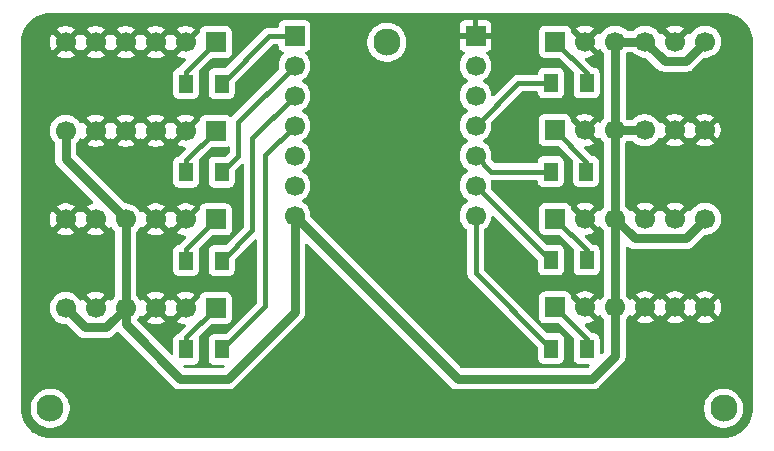
<source format=gbr>
%TF.GenerationSoftware,KiCad,Pcbnew,9.0.5*%
%TF.CreationDate,2025-10-12T13:14:53-04:00*%
%TF.ProjectId,switchboard-mk2,73776974-6368-4626-9f61-72642d6d6b32,rev?*%
%TF.SameCoordinates,Original*%
%TF.FileFunction,Copper,L2,Bot*%
%TF.FilePolarity,Positive*%
%FSLAX46Y46*%
G04 Gerber Fmt 4.6, Leading zero omitted, Abs format (unit mm)*
G04 Created by KiCad (PCBNEW 9.0.5) date 2025-10-12 13:14:53*
%MOMM*%
%LPD*%
G01*
G04 APERTURE LIST*
%TA.AperFunction,ComponentPad*%
%ADD10C,2.300000*%
%TD*%
%TA.AperFunction,ComponentPad*%
%ADD11R,1.700000X1.700000*%
%TD*%
%TA.AperFunction,ComponentPad*%
%ADD12C,1.700000*%
%TD*%
%TA.AperFunction,SMDPad,CuDef*%
%ADD13R,1.200000X1.600000*%
%TD*%
%TA.AperFunction,Conductor*%
%ADD14C,0.400000*%
%TD*%
%TA.AperFunction,Conductor*%
%ADD15C,0.800000*%
%TD*%
G04 APERTURE END LIST*
D10*
%TO.P,REF\u002A\u002A,*%
%TO.N,*%
X171000000Y-92000000D03*
%TD*%
%TO.P,REF\u002A\u002A,*%
%TO.N,*%
X228000000Y-92000000D03*
%TD*%
%TO.P,REF\u002A\u002A,*%
%TO.N,*%
X199500000Y-61000000D03*
%TD*%
D11*
%TO.P,J4,1,Pin_1*%
%TO.N,Net-(J4-Pin_1)*%
X213740000Y-75950000D03*
D12*
%TO.P,J4,2,Pin_2*%
%TO.N,GND*%
X216280000Y-75950000D03*
%TO.P,J4,3,Pin_3*%
%TO.N,Pull up*%
X218820000Y-75950000D03*
%TO.P,J4,4,Pin_4*%
%TO.N,GND*%
X221360000Y-75950000D03*
%TO.P,J4,5,Pin_5*%
X223900000Y-75950000D03*
%TO.P,J4,6,Pin_6*%
%TO.N,Pull up*%
X226440000Y-75950000D03*
%TD*%
D11*
%TO.P,J8,1,Pin_1*%
%TO.N,Net-(J8-Pin_1)*%
X213740000Y-60950000D03*
D12*
%TO.P,J8,2,Pin_2*%
%TO.N,GND*%
X216280000Y-60950000D03*
%TO.P,J8,3,Pin_3*%
%TO.N,Pull up*%
X218820000Y-60950000D03*
%TO.P,J8,4,Pin_4*%
X221360000Y-60950000D03*
%TO.P,J8,5,Pin_5*%
%TO.N,GND*%
X223900000Y-60950000D03*
%TO.P,J8,6,Pin_6*%
%TO.N,Pull up*%
X226440000Y-60950000D03*
%TD*%
D11*
%TO.P,J1,1,Pin_1*%
%TO.N,Net-(J1-Pin_1)*%
X185000000Y-68500000D03*
D12*
%TO.P,J1,2,Pin_2*%
%TO.N,GND*%
X182460000Y-68500000D03*
%TO.P,J1,3,Pin_3*%
X179920000Y-68500000D03*
%TO.P,J1,4,Pin_4*%
X177380000Y-68500000D03*
%TO.P,J1,5,Pin_5*%
X174840000Y-68500000D03*
%TO.P,J1,6,Pin_6*%
%TO.N,Pull up*%
X172300000Y-68500000D03*
%TD*%
D11*
%TO.P,J3,1,Pin_1*%
%TO.N,Net-(J3-Pin_1)*%
X185000000Y-61000000D03*
D12*
%TO.P,J3,2,Pin_2*%
%TO.N,GND*%
X182460000Y-61000000D03*
%TO.P,J3,3,Pin_3*%
X179920000Y-61000000D03*
%TO.P,J3,4,Pin_4*%
X177380000Y-61000000D03*
%TO.P,J3,5,Pin_5*%
X174840000Y-61000000D03*
%TO.P,J3,6,Pin_6*%
X172300000Y-61000000D03*
%TD*%
D11*
%TO.P,J5,1,Pin_1*%
%TO.N,Net-(J5-Pin_1)*%
X213740000Y-83450000D03*
D12*
%TO.P,J5,2,Pin_2*%
%TO.N,GND*%
X216280000Y-83450000D03*
%TO.P,J5,3,Pin_3*%
%TO.N,Pull up*%
X218820000Y-83450000D03*
%TO.P,J5,4,Pin_4*%
%TO.N,GND*%
X221360000Y-83450000D03*
%TO.P,J5,5,Pin_5*%
X223900000Y-83450000D03*
%TO.P,J5,6,Pin_6*%
X226440000Y-83450000D03*
%TD*%
D11*
%TO.P,J2,1,Pin_1*%
%TO.N,Net-(J2-Pin_1)*%
X185000000Y-76000000D03*
D12*
%TO.P,J2,2,Pin_2*%
%TO.N,GND*%
X182460000Y-76000000D03*
%TO.P,J2,3,Pin_3*%
X179920000Y-76000000D03*
%TO.P,J2,4,Pin_4*%
%TO.N,Pull up*%
X177380000Y-76000000D03*
%TO.P,J2,5,Pin_5*%
%TO.N,GND*%
X174840000Y-76000000D03*
%TO.P,J2,6,Pin_6*%
X172300000Y-76000000D03*
%TD*%
D11*
%TO.P,J10,1,Pin_1*%
%TO.N,GND*%
X207000000Y-60460000D03*
D12*
%TO.P,J10,2,Pin_2*%
%TO.N,unconnected-(J10-Pin_2-Pad2)*%
X207000000Y-63000000D03*
%TO.P,J10,3,Pin_3*%
%TO.N,unconnected-(J10-Pin_3-Pad3)*%
X207000000Y-65540000D03*
%TO.P,J10,4,Pin_4*%
%TO.N,LED8*%
X207000000Y-68080000D03*
%TO.P,J10,5,Pin_5*%
%TO.N,LED7*%
X207000000Y-70620000D03*
%TO.P,J10,6,Pin_6*%
%TO.N,LED6*%
X207000000Y-73160000D03*
%TO.P,J10,7,Pin_7*%
%TO.N,LED5*%
X207000000Y-75700000D03*
%TD*%
D11*
%TO.P,J9,1,Pin_1*%
%TO.N,LED1*%
X191675000Y-60460000D03*
D12*
%TO.P,J9,2,Pin_2*%
%TO.N,LED2*%
X191675000Y-63000000D03*
%TO.P,J9,3,Pin_3*%
%TO.N,LED3*%
X191675000Y-65540000D03*
%TO.P,J9,4,Pin_4*%
%TO.N,LED4*%
X191675000Y-68080000D03*
%TO.P,J9,5,Pin_5*%
%TO.N,unconnected-(J9-Pin_5-Pad5)*%
X191675000Y-70620000D03*
%TO.P,J9,6,Pin_6*%
%TO.N,unconnected-(J9-Pin_6-Pad6)*%
X191675000Y-73160000D03*
%TO.P,J9,7,Pin_7*%
%TO.N,Pull up*%
X191675000Y-75700000D03*
%TD*%
D11*
%TO.P,J6,1,Pin_1*%
%TO.N,Net-(J6-Pin_1)*%
X185000000Y-83500000D03*
D12*
%TO.P,J6,2,Pin_2*%
%TO.N,GND*%
X182460000Y-83500000D03*
%TO.P,J6,3,Pin_3*%
X179920000Y-83500000D03*
%TO.P,J6,4,Pin_4*%
%TO.N,Pull up*%
X177380000Y-83500000D03*
%TO.P,J6,5,Pin_5*%
%TO.N,GND*%
X174840000Y-83500000D03*
%TO.P,J6,6,Pin_6*%
%TO.N,Pull up*%
X172300000Y-83500000D03*
%TD*%
D11*
%TO.P,J7,1,Pin_1*%
%TO.N,Net-(J7-Pin_1)*%
X213700000Y-68450000D03*
D12*
%TO.P,J7,2,Pin_2*%
%TO.N,GND*%
X216240000Y-68450000D03*
%TO.P,J7,3,Pin_3*%
%TO.N,Pull up*%
X218780000Y-68450000D03*
%TO.P,J7,4,Pin_4*%
X221320000Y-68450000D03*
%TO.P,J7,5,Pin_5*%
%TO.N,GND*%
X223860000Y-68450000D03*
%TO.P,J7,6,Pin_6*%
X226400000Y-68450000D03*
%TD*%
D13*
%TO.P,R12,1*%
%TO.N,Net-(J8-Pin_1)*%
X216400000Y-64450000D03*
%TO.P,R12,2*%
%TO.N,LED8*%
X213400000Y-64450000D03*
%TD*%
%TO.P,R1,1*%
%TO.N,Net-(J6-Pin_1)*%
X182500000Y-87000000D03*
%TO.P,R1,2*%
%TO.N,LED4*%
X185500000Y-87000000D03*
%TD*%
%TO.P,R9,1*%
%TO.N,Net-(J5-Pin_1)*%
X216400000Y-86950000D03*
%TO.P,R9,2*%
%TO.N,LED5*%
X213400000Y-86950000D03*
%TD*%
%TO.P,R2,1*%
%TO.N,Net-(J2-Pin_1)*%
X182500000Y-79500000D03*
%TO.P,R2,2*%
%TO.N,LED3*%
X185500000Y-79500000D03*
%TD*%
%TO.P,R7,1*%
%TO.N,Net-(J1-Pin_1)*%
X182500000Y-72000000D03*
%TO.P,R7,2*%
%TO.N,LED2*%
X185500000Y-72000000D03*
%TD*%
%TO.P,R11,1*%
%TO.N,Net-(J7-Pin_1)*%
X216360000Y-71950000D03*
%TO.P,R11,2*%
%TO.N,LED7*%
X213360000Y-71950000D03*
%TD*%
%TO.P,R10,1*%
%TO.N,Net-(J4-Pin_1)*%
X216400000Y-79450000D03*
%TO.P,R10,2*%
%TO.N,LED6*%
X213400000Y-79450000D03*
%TD*%
%TO.P,R8,1*%
%TO.N,Net-(J3-Pin_1)*%
X182500000Y-64500000D03*
%TO.P,R8,2*%
%TO.N,LED1*%
X185500000Y-64500000D03*
%TD*%
D14*
%TO.N,LED1*%
X191675000Y-60460000D02*
X189540000Y-60460000D01*
X189540000Y-60460000D02*
X185500000Y-64500000D01*
%TO.N,LED5*%
X207000000Y-75700000D02*
X207000000Y-80550000D01*
X207000000Y-80550000D02*
X213400000Y-86950000D01*
%TO.N,LED4*%
X189200000Y-83300000D02*
X185500000Y-87000000D01*
X191675000Y-68080000D02*
X189200000Y-70555000D01*
X189200000Y-70555000D02*
X189200000Y-83300000D01*
D15*
%TO.N,Pull up*%
X218820000Y-87532000D02*
X218820000Y-83450000D01*
X173951000Y-85151000D02*
X175729000Y-85151000D01*
X181998000Y-89500000D02*
X177380000Y-84882000D01*
X223011000Y-62601000D02*
X224789000Y-62601000D01*
X218820000Y-68410000D02*
X218780000Y-68450000D01*
X216852000Y-89500000D02*
X218820000Y-87532000D01*
X191675000Y-75700000D02*
X191675000Y-83827000D01*
X175729000Y-85151000D02*
X177380000Y-83500000D01*
X220471000Y-77601000D02*
X224789000Y-77601000D01*
X177380000Y-84882000D02*
X177380000Y-83500000D01*
X191675000Y-75700000D02*
X205475000Y-89500000D01*
X224789000Y-77601000D02*
X226440000Y-75950000D01*
X218780000Y-75910000D02*
X218820000Y-75950000D01*
X177380000Y-76000000D02*
X172300000Y-70920000D01*
X218780000Y-68450000D02*
X221320000Y-68450000D01*
X172300000Y-83500000D02*
X173951000Y-85151000D01*
X218820000Y-75950000D02*
X220471000Y-77601000D01*
X172300000Y-70920000D02*
X172300000Y-68500000D01*
X177380000Y-83500000D02*
X177380000Y-76000000D01*
X218820000Y-60950000D02*
X221360000Y-60950000D01*
X221360000Y-60950000D02*
X223011000Y-62601000D01*
X186002000Y-89500000D02*
X181998000Y-89500000D01*
X205475000Y-89500000D02*
X216852000Y-89500000D01*
X191675000Y-83827000D02*
X186002000Y-89500000D01*
X218820000Y-60950000D02*
X218820000Y-68410000D01*
X218780000Y-68450000D02*
X218780000Y-75910000D01*
X218820000Y-83450000D02*
X218820000Y-75950000D01*
X224789000Y-62601000D02*
X226440000Y-60950000D01*
D14*
%TO.N,LED7*%
X207000000Y-70620000D02*
X208330000Y-71950000D01*
X208330000Y-71950000D02*
X213360000Y-71950000D01*
%TO.N,LED3*%
X188100000Y-76900000D02*
X185500000Y-79500000D01*
X188100000Y-69115000D02*
X188100000Y-76900000D01*
X191675000Y-65540000D02*
X188100000Y-69115000D01*
%TO.N,LED2*%
X186900000Y-67775000D02*
X186900000Y-70600000D01*
X186900000Y-70600000D02*
X185500000Y-72000000D01*
X191675000Y-63000000D02*
X186900000Y-67775000D01*
%TO.N,LED6*%
X207000000Y-73160000D02*
X213290000Y-79450000D01*
X213290000Y-79450000D02*
X213400000Y-79450000D01*
%TO.N,LED8*%
X207000000Y-68080000D02*
X210630000Y-64450000D01*
X210630000Y-64450000D02*
X213400000Y-64450000D01*
%TO.N,Net-(J6-Pin_1)*%
X182500000Y-86000000D02*
X185000000Y-83500000D01*
X182500000Y-87000000D02*
X182500000Y-86000000D01*
%TO.N,Net-(J2-Pin_1)*%
X182500000Y-78500000D02*
X185000000Y-76000000D01*
X182500000Y-79500000D02*
X182500000Y-78500000D01*
%TO.N,Net-(J1-Pin_1)*%
X182500000Y-71000000D02*
X185000000Y-68500000D01*
X182500000Y-72000000D02*
X182500000Y-71000000D01*
%TO.N,Net-(J3-Pin_1)*%
X182500000Y-64500000D02*
X182500000Y-63500000D01*
X182500000Y-63500000D02*
X185000000Y-61000000D01*
%TO.N,Net-(J5-Pin_1)*%
X216400000Y-86950000D02*
X216400000Y-86110000D01*
X216400000Y-86110000D02*
X213740000Y-83450000D01*
%TO.N,Net-(J4-Pin_1)*%
X216400000Y-79450000D02*
X216400000Y-78610000D01*
X216400000Y-78610000D02*
X213740000Y-75950000D01*
%TO.N,Net-(J7-Pin_1)*%
X216360000Y-71110000D02*
X213700000Y-68450000D01*
X216360000Y-71950000D02*
X216360000Y-71110000D01*
%TO.N,Net-(J8-Pin_1)*%
X216400000Y-63610000D02*
X213740000Y-60950000D01*
X216400000Y-64450000D02*
X216400000Y-63610000D01*
%TD*%
%TA.AperFunction,Conductor*%
%TO.N,GND*%
G36*
X181994075Y-68692993D02*
G01*
X182059901Y-68807007D01*
X182152993Y-68900099D01*
X182267007Y-68965925D01*
X182330590Y-68982962D01*
X181698282Y-69615269D01*
X181698282Y-69615270D01*
X181752449Y-69654624D01*
X181941782Y-69751095D01*
X182143870Y-69816757D01*
X182353754Y-69850000D01*
X182359979Y-69850000D01*
X182427018Y-69869685D01*
X182472773Y-69922489D01*
X182482717Y-69991647D01*
X182453692Y-70055203D01*
X182447660Y-70061681D01*
X181955887Y-70553454D01*
X181925220Y-70599352D01*
X181893913Y-70646208D01*
X181890990Y-70650582D01*
X181837378Y-70695388D01*
X181801140Y-70704982D01*
X181792516Y-70705908D01*
X181657671Y-70756202D01*
X181657664Y-70756206D01*
X181542455Y-70842452D01*
X181542452Y-70842455D01*
X181456206Y-70957664D01*
X181456202Y-70957671D01*
X181405908Y-71092517D01*
X181400974Y-71138414D01*
X181399501Y-71152123D01*
X181399500Y-71152135D01*
X181399500Y-72847870D01*
X181399501Y-72847876D01*
X181405908Y-72907483D01*
X181456202Y-73042328D01*
X181456206Y-73042335D01*
X181542452Y-73157544D01*
X181542455Y-73157547D01*
X181657664Y-73243793D01*
X181657671Y-73243797D01*
X181792517Y-73294091D01*
X181792516Y-73294091D01*
X181799444Y-73294835D01*
X181852127Y-73300500D01*
X183147872Y-73300499D01*
X183207483Y-73294091D01*
X183342331Y-73243796D01*
X183457546Y-73157546D01*
X183543796Y-73042331D01*
X183594091Y-72907483D01*
X183600500Y-72847873D01*
X183600499Y-71152128D01*
X183594091Y-71092517D01*
X183593584Y-71091157D01*
X183568708Y-71024460D01*
X183563724Y-70954768D01*
X183597207Y-70893448D01*
X184603838Y-69886818D01*
X184665161Y-69853333D01*
X184691519Y-69850499D01*
X185897871Y-69850499D01*
X185897872Y-69850499D01*
X185957483Y-69844091D01*
X186009385Y-69824733D01*
X186032167Y-69816236D01*
X186101859Y-69811252D01*
X186163182Y-69844737D01*
X186196666Y-69906061D01*
X186199500Y-69932418D01*
X186199500Y-70258480D01*
X186179815Y-70325519D01*
X186163181Y-70346161D01*
X185846161Y-70663181D01*
X185784838Y-70696666D01*
X185758480Y-70699500D01*
X184852129Y-70699500D01*
X184852123Y-70699501D01*
X184792516Y-70705908D01*
X184657671Y-70756202D01*
X184657664Y-70756206D01*
X184542455Y-70842452D01*
X184542452Y-70842455D01*
X184456206Y-70957664D01*
X184456202Y-70957671D01*
X184405908Y-71092517D01*
X184400974Y-71138414D01*
X184399501Y-71152123D01*
X184399500Y-71152135D01*
X184399500Y-72847870D01*
X184399501Y-72847876D01*
X184405908Y-72907483D01*
X184456202Y-73042328D01*
X184456206Y-73042335D01*
X184542452Y-73157544D01*
X184542455Y-73157547D01*
X184657664Y-73243793D01*
X184657671Y-73243797D01*
X184792517Y-73294091D01*
X184792516Y-73294091D01*
X184799444Y-73294835D01*
X184852127Y-73300500D01*
X186147872Y-73300499D01*
X186207483Y-73294091D01*
X186342331Y-73243796D01*
X186457546Y-73157546D01*
X186543796Y-73042331D01*
X186594091Y-72907483D01*
X186600500Y-72847873D01*
X186600499Y-71941517D01*
X186620183Y-71874479D01*
X186636813Y-71853842D01*
X187187820Y-71302836D01*
X187249142Y-71269352D01*
X187318834Y-71274336D01*
X187374767Y-71316208D01*
X187399184Y-71381672D01*
X187399500Y-71390518D01*
X187399500Y-76558480D01*
X187379815Y-76625519D01*
X187363181Y-76646161D01*
X185846160Y-78163181D01*
X185784837Y-78196666D01*
X185758479Y-78199500D01*
X184852129Y-78199500D01*
X184852123Y-78199501D01*
X184792516Y-78205908D01*
X184657671Y-78256202D01*
X184657664Y-78256206D01*
X184542455Y-78342452D01*
X184542452Y-78342455D01*
X184456206Y-78457664D01*
X184456202Y-78457671D01*
X184405908Y-78592517D01*
X184399501Y-78652116D01*
X184399501Y-78652123D01*
X184399500Y-78652135D01*
X184399500Y-80347870D01*
X184399501Y-80347876D01*
X184405908Y-80407483D01*
X184456202Y-80542328D01*
X184456206Y-80542335D01*
X184542452Y-80657544D01*
X184542455Y-80657547D01*
X184657664Y-80743793D01*
X184657671Y-80743797D01*
X184792517Y-80794091D01*
X184792516Y-80794091D01*
X184799444Y-80794835D01*
X184852127Y-80800500D01*
X186147872Y-80800499D01*
X186207483Y-80794091D01*
X186342331Y-80743796D01*
X186457546Y-80657546D01*
X186543796Y-80542331D01*
X186594091Y-80407483D01*
X186600500Y-80347873D01*
X186600499Y-79441517D01*
X186620183Y-79374479D01*
X186636813Y-79353842D01*
X188287820Y-77702835D01*
X188349142Y-77669352D01*
X188418834Y-77674336D01*
X188474767Y-77716208D01*
X188499184Y-77781672D01*
X188499500Y-77790518D01*
X188499500Y-82958480D01*
X188479815Y-83025519D01*
X188463181Y-83046161D01*
X185846160Y-85663181D01*
X185784837Y-85696666D01*
X185758479Y-85699500D01*
X184852129Y-85699500D01*
X184852123Y-85699501D01*
X184792516Y-85705908D01*
X184657671Y-85756202D01*
X184657664Y-85756206D01*
X184542455Y-85842452D01*
X184542452Y-85842455D01*
X184456206Y-85957664D01*
X184456204Y-85957669D01*
X184405908Y-86092517D01*
X184399501Y-86152116D01*
X184399501Y-86152123D01*
X184399500Y-86152135D01*
X184399500Y-87847870D01*
X184399501Y-87847876D01*
X184405908Y-87907483D01*
X184456202Y-88042328D01*
X184456206Y-88042335D01*
X184542452Y-88157544D01*
X184542455Y-88157547D01*
X184657664Y-88243793D01*
X184657671Y-88243797D01*
X184792517Y-88294091D01*
X184792516Y-88294091D01*
X184799444Y-88294835D01*
X184852127Y-88300500D01*
X185628638Y-88300499D01*
X185649885Y-88306737D01*
X185671970Y-88308317D01*
X185682751Y-88316387D01*
X185695677Y-88320183D01*
X185710179Y-88336919D01*
X185727904Y-88350188D01*
X185732610Y-88362806D01*
X185741432Y-88372987D01*
X185744583Y-88394905D01*
X185752322Y-88415652D01*
X185749459Y-88428813D01*
X185751376Y-88442146D01*
X185742177Y-88462287D01*
X185737471Y-88483925D01*
X185724200Y-88501651D01*
X185722351Y-88505702D01*
X185716320Y-88512179D01*
X185665320Y-88563180D01*
X185603997Y-88596666D01*
X185577638Y-88599500D01*
X182422362Y-88599500D01*
X182355323Y-88579815D01*
X182334681Y-88563181D01*
X182283680Y-88512180D01*
X182250195Y-88450857D01*
X182255179Y-88381165D01*
X182297051Y-88325232D01*
X182362515Y-88300815D01*
X182371361Y-88300499D01*
X183147871Y-88300499D01*
X183147872Y-88300499D01*
X183207483Y-88294091D01*
X183342331Y-88243796D01*
X183457546Y-88157546D01*
X183543796Y-88042331D01*
X183594091Y-87907483D01*
X183600500Y-87847873D01*
X183600499Y-86152128D01*
X183594091Y-86092517D01*
X183594091Y-86092516D01*
X183568708Y-86024460D01*
X183563724Y-85954768D01*
X183597207Y-85893448D01*
X184603838Y-84886818D01*
X184665161Y-84853333D01*
X184691519Y-84850499D01*
X185897871Y-84850499D01*
X185897872Y-84850499D01*
X185957483Y-84844091D01*
X186092331Y-84793796D01*
X186207546Y-84707546D01*
X186293796Y-84592331D01*
X186344091Y-84457483D01*
X186350500Y-84397873D01*
X186350499Y-82602128D01*
X186344091Y-82542517D01*
X186328231Y-82499995D01*
X186293797Y-82407671D01*
X186293793Y-82407664D01*
X186207547Y-82292455D01*
X186207544Y-82292452D01*
X186092335Y-82206206D01*
X186092328Y-82206202D01*
X185957482Y-82155908D01*
X185957483Y-82155908D01*
X185897883Y-82149501D01*
X185897881Y-82149500D01*
X185897873Y-82149500D01*
X185897864Y-82149500D01*
X184102129Y-82149500D01*
X184102123Y-82149501D01*
X184042516Y-82155908D01*
X183907671Y-82206202D01*
X183907664Y-82206206D01*
X183792455Y-82292452D01*
X183792452Y-82292455D01*
X183706206Y-82407664D01*
X183706202Y-82407671D01*
X183655908Y-82542517D01*
X183652931Y-82570213D01*
X183649501Y-82602123D01*
X183649500Y-82602135D01*
X183649500Y-82612690D01*
X183629815Y-82679729D01*
X183613181Y-82700371D01*
X182942962Y-83370590D01*
X182925925Y-83307007D01*
X182860099Y-83192993D01*
X182767007Y-83099901D01*
X182652993Y-83034075D01*
X182589409Y-83017037D01*
X183221716Y-82384728D01*
X183167550Y-82345375D01*
X182978217Y-82248904D01*
X182776129Y-82183242D01*
X182566246Y-82150000D01*
X182353754Y-82150000D01*
X182143872Y-82183242D01*
X182143869Y-82183242D01*
X181941782Y-82248904D01*
X181752439Y-82345380D01*
X181698282Y-82384727D01*
X181698282Y-82384728D01*
X182330591Y-83017037D01*
X182267007Y-83034075D01*
X182152993Y-83099901D01*
X182059901Y-83192993D01*
X181994075Y-83307007D01*
X181977037Y-83370591D01*
X181344728Y-82738282D01*
X181344727Y-82738282D01*
X181305380Y-82792440D01*
X181300483Y-82802051D01*
X181252506Y-82852845D01*
X181184684Y-82869638D01*
X181118550Y-82847098D01*
X181079516Y-82802048D01*
X181074626Y-82792452D01*
X181035270Y-82738282D01*
X181035269Y-82738282D01*
X180402962Y-83370590D01*
X180385925Y-83307007D01*
X180320099Y-83192993D01*
X180227007Y-83099901D01*
X180112993Y-83034075D01*
X180049409Y-83017037D01*
X180681716Y-82384728D01*
X180627550Y-82345375D01*
X180438217Y-82248904D01*
X180236129Y-82183242D01*
X180026246Y-82150000D01*
X179813754Y-82150000D01*
X179603872Y-82183242D01*
X179603869Y-82183242D01*
X179401782Y-82248904D01*
X179212439Y-82345380D01*
X179158282Y-82384727D01*
X179158282Y-82384728D01*
X179790591Y-83017037D01*
X179727007Y-83034075D01*
X179612993Y-83099901D01*
X179519901Y-83192993D01*
X179454075Y-83307007D01*
X179437037Y-83370591D01*
X178804728Y-82738282D01*
X178804727Y-82738282D01*
X178765380Y-82792440D01*
X178765376Y-82792446D01*
X178760760Y-82801505D01*
X178712781Y-82852297D01*
X178644959Y-82869087D01*
X178578826Y-82846543D01*
X178539794Y-82801493D01*
X178535051Y-82792184D01*
X178535049Y-82792181D01*
X178535048Y-82792179D01*
X178410109Y-82620213D01*
X178316819Y-82526923D01*
X178302115Y-82499995D01*
X178285523Y-82474177D01*
X178284631Y-82467976D01*
X178283334Y-82465600D01*
X178280500Y-82439242D01*
X178280500Y-77060758D01*
X178300185Y-76993719D01*
X178316819Y-76973077D01*
X178332414Y-76957482D01*
X178410104Y-76879792D01*
X178410106Y-76879788D01*
X178410109Y-76879786D01*
X178495890Y-76761717D01*
X178535051Y-76707816D01*
X178539793Y-76698508D01*
X178587763Y-76647711D01*
X178655583Y-76630911D01*
X178721719Y-76653445D01*
X178760763Y-76698500D01*
X178765373Y-76707547D01*
X178804728Y-76761716D01*
X179437037Y-76129408D01*
X179454075Y-76192993D01*
X179519901Y-76307007D01*
X179612993Y-76400099D01*
X179727007Y-76465925D01*
X179790590Y-76482962D01*
X179158282Y-77115269D01*
X179158282Y-77115270D01*
X179212449Y-77154624D01*
X179401782Y-77251095D01*
X179603870Y-77316757D01*
X179813754Y-77350000D01*
X180026246Y-77350000D01*
X180236127Y-77316757D01*
X180236130Y-77316757D01*
X180438217Y-77251095D01*
X180627554Y-77154622D01*
X180681716Y-77115270D01*
X180681717Y-77115270D01*
X180049408Y-76482962D01*
X180112993Y-76465925D01*
X180227007Y-76400099D01*
X180320099Y-76307007D01*
X180385925Y-76192993D01*
X180402962Y-76129408D01*
X181035270Y-76761717D01*
X181035270Y-76761716D01*
X181074622Y-76707554D01*
X181079514Y-76697954D01*
X181127488Y-76647157D01*
X181195308Y-76630361D01*
X181261444Y-76652897D01*
X181300486Y-76697954D01*
X181305375Y-76707550D01*
X181344728Y-76761716D01*
X181977037Y-76129408D01*
X181994075Y-76192993D01*
X182059901Y-76307007D01*
X182152993Y-76400099D01*
X182267007Y-76465925D01*
X182330590Y-76482962D01*
X181698282Y-77115269D01*
X181698282Y-77115270D01*
X181752449Y-77154624D01*
X181941782Y-77251095D01*
X182143870Y-77316757D01*
X182353754Y-77350000D01*
X182359979Y-77350000D01*
X182427018Y-77369685D01*
X182472773Y-77422489D01*
X182482717Y-77491647D01*
X182453692Y-77555203D01*
X182447660Y-77561681D01*
X181955887Y-78053454D01*
X181891712Y-78149501D01*
X181891711Y-78149503D01*
X181890988Y-78150585D01*
X181837375Y-78195389D01*
X181801140Y-78204982D01*
X181792516Y-78205908D01*
X181657671Y-78256202D01*
X181657664Y-78256206D01*
X181542455Y-78342452D01*
X181542452Y-78342455D01*
X181456206Y-78457664D01*
X181456202Y-78457671D01*
X181405908Y-78592517D01*
X181399501Y-78652116D01*
X181399501Y-78652123D01*
X181399500Y-78652135D01*
X181399500Y-80347870D01*
X181399501Y-80347876D01*
X181405908Y-80407483D01*
X181456202Y-80542328D01*
X181456206Y-80542335D01*
X181542452Y-80657544D01*
X181542455Y-80657547D01*
X181657664Y-80743793D01*
X181657671Y-80743797D01*
X181792517Y-80794091D01*
X181792516Y-80794091D01*
X181799444Y-80794835D01*
X181852127Y-80800500D01*
X183147872Y-80800499D01*
X183207483Y-80794091D01*
X183342331Y-80743796D01*
X183457546Y-80657546D01*
X183543796Y-80542331D01*
X183594091Y-80407483D01*
X183600500Y-80347873D01*
X183600499Y-78652128D01*
X183594091Y-78592517D01*
X183594091Y-78592516D01*
X183568708Y-78524460D01*
X183563724Y-78454768D01*
X183597207Y-78393448D01*
X184603838Y-77386818D01*
X184665161Y-77353333D01*
X184691519Y-77350499D01*
X185897871Y-77350499D01*
X185897872Y-77350499D01*
X185957483Y-77344091D01*
X186092331Y-77293796D01*
X186207546Y-77207546D01*
X186293796Y-77092331D01*
X186344091Y-76957483D01*
X186350500Y-76897873D01*
X186350499Y-75102128D01*
X186344091Y-75042517D01*
X186325442Y-74992517D01*
X186293797Y-74907671D01*
X186293793Y-74907664D01*
X186207547Y-74792455D01*
X186207544Y-74792452D01*
X186092335Y-74706206D01*
X186092328Y-74706202D01*
X185957482Y-74655908D01*
X185957483Y-74655908D01*
X185897883Y-74649501D01*
X185897881Y-74649500D01*
X185897873Y-74649500D01*
X185897864Y-74649500D01*
X184102129Y-74649500D01*
X184102123Y-74649501D01*
X184042516Y-74655908D01*
X183907671Y-74706202D01*
X183907664Y-74706206D01*
X183792455Y-74792452D01*
X183792452Y-74792455D01*
X183706206Y-74907664D01*
X183706202Y-74907671D01*
X183655908Y-75042517D01*
X183650907Y-75089036D01*
X183649501Y-75102123D01*
X183649500Y-75102135D01*
X183649500Y-75112690D01*
X183629815Y-75179729D01*
X183613181Y-75200371D01*
X182942962Y-75870590D01*
X182925925Y-75807007D01*
X182860099Y-75692993D01*
X182767007Y-75599901D01*
X182652993Y-75534075D01*
X182589409Y-75517037D01*
X183221716Y-74884728D01*
X183167550Y-74845375D01*
X182978217Y-74748904D01*
X182776129Y-74683242D01*
X182566246Y-74650000D01*
X182353754Y-74650000D01*
X182143872Y-74683242D01*
X182143869Y-74683242D01*
X181941782Y-74748904D01*
X181752439Y-74845380D01*
X181698282Y-74884727D01*
X181698282Y-74884728D01*
X182330591Y-75517037D01*
X182267007Y-75534075D01*
X182152993Y-75599901D01*
X182059901Y-75692993D01*
X181994075Y-75807007D01*
X181977037Y-75870591D01*
X181344728Y-75238282D01*
X181344727Y-75238282D01*
X181305380Y-75292440D01*
X181300483Y-75302051D01*
X181252506Y-75352845D01*
X181184684Y-75369638D01*
X181118550Y-75347098D01*
X181079516Y-75302048D01*
X181074626Y-75292452D01*
X181035270Y-75238282D01*
X181035269Y-75238282D01*
X180402962Y-75870590D01*
X180385925Y-75807007D01*
X180320099Y-75692993D01*
X180227007Y-75599901D01*
X180112993Y-75534075D01*
X180049409Y-75517037D01*
X180681716Y-74884728D01*
X180627550Y-74845375D01*
X180438217Y-74748904D01*
X180236129Y-74683242D01*
X180026246Y-74650000D01*
X179813754Y-74650000D01*
X179603872Y-74683242D01*
X179603869Y-74683242D01*
X179401782Y-74748904D01*
X179212439Y-74845380D01*
X179158282Y-74884727D01*
X179158282Y-74884728D01*
X179790591Y-75517037D01*
X179727007Y-75534075D01*
X179612993Y-75599901D01*
X179519901Y-75692993D01*
X179454075Y-75807007D01*
X179437037Y-75870591D01*
X178804728Y-75238282D01*
X178804727Y-75238282D01*
X178765380Y-75292440D01*
X178765376Y-75292446D01*
X178760760Y-75301505D01*
X178712781Y-75352297D01*
X178644959Y-75369087D01*
X178578826Y-75346543D01*
X178539794Y-75301493D01*
X178535051Y-75292184D01*
X178535049Y-75292181D01*
X178535048Y-75292179D01*
X178410109Y-75120213D01*
X178259786Y-74969890D01*
X178087820Y-74844951D01*
X177898414Y-74748444D01*
X177898413Y-74748443D01*
X177898412Y-74748443D01*
X177696243Y-74682754D01*
X177696241Y-74682753D01*
X177696240Y-74682753D01*
X177528601Y-74656202D01*
X177486287Y-74649500D01*
X177486286Y-74649500D01*
X177354362Y-74649500D01*
X177287323Y-74629815D01*
X177266681Y-74613181D01*
X173236819Y-70583319D01*
X173203334Y-70521996D01*
X173200500Y-70495638D01*
X173200500Y-69560758D01*
X173220185Y-69493719D01*
X173236819Y-69473077D01*
X173279566Y-69430330D01*
X173330104Y-69379792D01*
X173330106Y-69379788D01*
X173330109Y-69379786D01*
X173415890Y-69261717D01*
X173455051Y-69207816D01*
X173459793Y-69198508D01*
X173507763Y-69147711D01*
X173575583Y-69130911D01*
X173641719Y-69153445D01*
X173680763Y-69198500D01*
X173685373Y-69207547D01*
X173724728Y-69261716D01*
X174357037Y-68629408D01*
X174374075Y-68692993D01*
X174439901Y-68807007D01*
X174532993Y-68900099D01*
X174647007Y-68965925D01*
X174710590Y-68982962D01*
X174078282Y-69615269D01*
X174078282Y-69615270D01*
X174132449Y-69654624D01*
X174321782Y-69751095D01*
X174523870Y-69816757D01*
X174733754Y-69850000D01*
X174946246Y-69850000D01*
X175156127Y-69816757D01*
X175156130Y-69816757D01*
X175358217Y-69751095D01*
X175547554Y-69654622D01*
X175601716Y-69615270D01*
X175601717Y-69615270D01*
X174969408Y-68982962D01*
X175032993Y-68965925D01*
X175147007Y-68900099D01*
X175240099Y-68807007D01*
X175305925Y-68692993D01*
X175322962Y-68629409D01*
X175955270Y-69261717D01*
X175955270Y-69261716D01*
X175994622Y-69207554D01*
X175999514Y-69197954D01*
X176047488Y-69147157D01*
X176115308Y-69130361D01*
X176181444Y-69152897D01*
X176220486Y-69197954D01*
X176225375Y-69207550D01*
X176264728Y-69261716D01*
X176897037Y-68629408D01*
X176914075Y-68692993D01*
X176979901Y-68807007D01*
X177072993Y-68900099D01*
X177187007Y-68965925D01*
X177250590Y-68982962D01*
X176618282Y-69615269D01*
X176618282Y-69615270D01*
X176672449Y-69654624D01*
X176861782Y-69751095D01*
X177063870Y-69816757D01*
X177273754Y-69850000D01*
X177486246Y-69850000D01*
X177696127Y-69816757D01*
X177696130Y-69816757D01*
X177898217Y-69751095D01*
X178087554Y-69654622D01*
X178141716Y-69615270D01*
X178141717Y-69615270D01*
X177509408Y-68982962D01*
X177572993Y-68965925D01*
X177687007Y-68900099D01*
X177780099Y-68807007D01*
X177845925Y-68692993D01*
X177862962Y-68629408D01*
X178495270Y-69261717D01*
X178495270Y-69261716D01*
X178534622Y-69207554D01*
X178539514Y-69197954D01*
X178587488Y-69147157D01*
X178655308Y-69130361D01*
X178721444Y-69152897D01*
X178760486Y-69197954D01*
X178765375Y-69207550D01*
X178804728Y-69261716D01*
X179437037Y-68629408D01*
X179454075Y-68692993D01*
X179519901Y-68807007D01*
X179612993Y-68900099D01*
X179727007Y-68965925D01*
X179790590Y-68982962D01*
X179158282Y-69615269D01*
X179158282Y-69615270D01*
X179212449Y-69654624D01*
X179401782Y-69751095D01*
X179603870Y-69816757D01*
X179813754Y-69850000D01*
X180026246Y-69850000D01*
X180236127Y-69816757D01*
X180236130Y-69816757D01*
X180438217Y-69751095D01*
X180627554Y-69654622D01*
X180681716Y-69615270D01*
X180681717Y-69615270D01*
X180049408Y-68982962D01*
X180112993Y-68965925D01*
X180227007Y-68900099D01*
X180320099Y-68807007D01*
X180385925Y-68692993D01*
X180402962Y-68629408D01*
X181035270Y-69261717D01*
X181035270Y-69261716D01*
X181074622Y-69207554D01*
X181079514Y-69197954D01*
X181127488Y-69147157D01*
X181195308Y-69130361D01*
X181261444Y-69152897D01*
X181300486Y-69197954D01*
X181305375Y-69207550D01*
X181344728Y-69261716D01*
X181977037Y-68629408D01*
X181994075Y-68692993D01*
G37*
%TD.AperFunction*%
%TA.AperFunction,Conductor*%
G36*
X181994075Y-83692993D02*
G01*
X182059901Y-83807007D01*
X182152993Y-83900099D01*
X182267007Y-83965925D01*
X182330590Y-83982962D01*
X181698282Y-84615269D01*
X181698282Y-84615270D01*
X181752449Y-84654624D01*
X181941782Y-84751095D01*
X182143870Y-84816757D01*
X182353754Y-84850000D01*
X182359979Y-84850000D01*
X182427018Y-84869685D01*
X182472773Y-84922489D01*
X182482717Y-84991647D01*
X182453692Y-85055203D01*
X182447660Y-85061681D01*
X181955887Y-85553454D01*
X181891712Y-85649501D01*
X181891711Y-85649503D01*
X181890988Y-85650585D01*
X181837375Y-85695389D01*
X181801140Y-85704982D01*
X181792516Y-85705908D01*
X181657671Y-85756202D01*
X181657664Y-85756206D01*
X181542455Y-85842452D01*
X181542452Y-85842455D01*
X181456206Y-85957664D01*
X181456204Y-85957669D01*
X181405908Y-86092517D01*
X181399501Y-86152116D01*
X181399501Y-86152123D01*
X181399500Y-86152135D01*
X181399500Y-87328638D01*
X181379815Y-87395677D01*
X181327011Y-87441432D01*
X181257853Y-87451376D01*
X181194297Y-87422351D01*
X181187819Y-87416319D01*
X178368379Y-84596879D01*
X178334894Y-84535556D01*
X178339878Y-84465864D01*
X178368379Y-84421517D01*
X178388861Y-84401035D01*
X178410104Y-84379792D01*
X178410106Y-84379788D01*
X178410109Y-84379786D01*
X178495890Y-84261717D01*
X178535051Y-84207816D01*
X178539793Y-84198508D01*
X178587763Y-84147711D01*
X178655583Y-84130911D01*
X178721719Y-84153445D01*
X178760763Y-84198500D01*
X178765373Y-84207547D01*
X178804728Y-84261716D01*
X179437037Y-83629408D01*
X179454075Y-83692993D01*
X179519901Y-83807007D01*
X179612993Y-83900099D01*
X179727007Y-83965925D01*
X179790590Y-83982962D01*
X179158282Y-84615269D01*
X179158282Y-84615270D01*
X179212449Y-84654624D01*
X179401782Y-84751095D01*
X179603870Y-84816757D01*
X179813754Y-84850000D01*
X180026246Y-84850000D01*
X180236127Y-84816757D01*
X180236130Y-84816757D01*
X180438217Y-84751095D01*
X180627554Y-84654622D01*
X180681716Y-84615270D01*
X180681717Y-84615270D01*
X180049408Y-83982962D01*
X180112993Y-83965925D01*
X180227007Y-83900099D01*
X180320099Y-83807007D01*
X180385925Y-83692993D01*
X180402962Y-83629408D01*
X181035270Y-84261717D01*
X181035270Y-84261716D01*
X181074622Y-84207554D01*
X181079514Y-84197954D01*
X181127488Y-84147157D01*
X181195308Y-84130361D01*
X181261444Y-84152897D01*
X181300486Y-84197954D01*
X181305375Y-84207550D01*
X181344728Y-84261716D01*
X181977037Y-83629408D01*
X181994075Y-83692993D01*
G37*
%TD.AperFunction*%
%TA.AperFunction,Conductor*%
G36*
X217395270Y-84211717D02*
G01*
X217395270Y-84211716D01*
X217434622Y-84157555D01*
X217439232Y-84148507D01*
X217487205Y-84097709D01*
X217555025Y-84080912D01*
X217621161Y-84103447D01*
X217660204Y-84148504D01*
X217664949Y-84157817D01*
X217789890Y-84329786D01*
X217883181Y-84423077D01*
X217916666Y-84484400D01*
X217919500Y-84510758D01*
X217919500Y-87107637D01*
X217910855Y-87137077D01*
X217904332Y-87167064D01*
X217900577Y-87172079D01*
X217899815Y-87174676D01*
X217883181Y-87195318D01*
X217712180Y-87366319D01*
X217650857Y-87399804D01*
X217581165Y-87394820D01*
X217525232Y-87352948D01*
X217500815Y-87287484D01*
X217500499Y-87278638D01*
X217500499Y-86102129D01*
X217500498Y-86102123D01*
X217500497Y-86102116D01*
X217494091Y-86042517D01*
X217489209Y-86029429D01*
X217443797Y-85907671D01*
X217443793Y-85907664D01*
X217357547Y-85792455D01*
X217357544Y-85792452D01*
X217242335Y-85706206D01*
X217242328Y-85706202D01*
X217107482Y-85655908D01*
X217107483Y-85655908D01*
X217047883Y-85649501D01*
X217047881Y-85649500D01*
X217047873Y-85649500D01*
X217047865Y-85649500D01*
X216981519Y-85649500D01*
X216914480Y-85629815D01*
X216893838Y-85613181D01*
X216292338Y-85011681D01*
X216258853Y-84950358D01*
X216263837Y-84880666D01*
X216305709Y-84824733D01*
X216371173Y-84800316D01*
X216380019Y-84800000D01*
X216386246Y-84800000D01*
X216596127Y-84766757D01*
X216596130Y-84766757D01*
X216798217Y-84701095D01*
X216987554Y-84604622D01*
X217041716Y-84565270D01*
X217041717Y-84565270D01*
X216409408Y-83932962D01*
X216472993Y-83915925D01*
X216587007Y-83850099D01*
X216680099Y-83757007D01*
X216745925Y-83642993D01*
X216762962Y-83579409D01*
X217395270Y-84211717D01*
G37*
%TD.AperFunction*%
%TA.AperFunction,Conductor*%
G36*
X228003736Y-58500726D02*
G01*
X228293796Y-58518271D01*
X228308659Y-58520076D01*
X228590798Y-58571780D01*
X228605335Y-58575363D01*
X228879172Y-58660695D01*
X228893163Y-58666000D01*
X229154743Y-58783727D01*
X229167989Y-58790680D01*
X229413465Y-58939075D01*
X229425776Y-58947573D01*
X229640642Y-59115909D01*
X229651573Y-59124473D01*
X229662781Y-59134403D01*
X229865596Y-59337218D01*
X229875526Y-59348426D01*
X229890788Y-59367906D01*
X230042951Y-59562129D01*
X230052422Y-59574217D01*
X230060926Y-59586537D01*
X230181760Y-59786421D01*
X230209316Y-59832004D01*
X230216275Y-59845263D01*
X230333997Y-60106831D01*
X230339306Y-60120832D01*
X230424635Y-60394663D01*
X230428219Y-60409201D01*
X230479923Y-60691340D01*
X230481728Y-60706205D01*
X230499274Y-60996263D01*
X230499500Y-61003750D01*
X230499500Y-91996249D01*
X230499274Y-92003736D01*
X230481728Y-92293794D01*
X230479923Y-92308659D01*
X230428219Y-92590798D01*
X230424635Y-92605336D01*
X230339306Y-92879167D01*
X230333997Y-92893168D01*
X230216275Y-93154736D01*
X230209316Y-93167995D01*
X230060928Y-93413459D01*
X230052422Y-93425782D01*
X229875526Y-93651573D01*
X229865596Y-93662781D01*
X229662781Y-93865596D01*
X229651573Y-93875526D01*
X229425782Y-94052422D01*
X229413459Y-94060928D01*
X229167995Y-94209316D01*
X229154736Y-94216275D01*
X228893168Y-94333997D01*
X228879167Y-94339306D01*
X228605336Y-94424635D01*
X228590798Y-94428219D01*
X228308659Y-94479923D01*
X228293794Y-94481728D01*
X228003736Y-94499274D01*
X227996249Y-94499500D01*
X171003751Y-94499500D01*
X170996264Y-94499274D01*
X170706205Y-94481728D01*
X170691340Y-94479923D01*
X170409201Y-94428219D01*
X170394663Y-94424635D01*
X170120832Y-94339306D01*
X170106831Y-94333997D01*
X169845263Y-94216275D01*
X169832004Y-94209316D01*
X169586540Y-94060928D01*
X169574217Y-94052422D01*
X169348426Y-93875526D01*
X169337218Y-93865596D01*
X169134403Y-93662781D01*
X169124473Y-93651573D01*
X169028897Y-93529579D01*
X168947573Y-93425776D01*
X168939075Y-93413465D01*
X168790680Y-93167989D01*
X168783727Y-93154743D01*
X168666000Y-92893163D01*
X168660693Y-92879167D01*
X168656295Y-92865054D01*
X168575363Y-92605335D01*
X168571780Y-92590798D01*
X168520076Y-92308659D01*
X168518271Y-92293794D01*
X168500726Y-92003736D01*
X168500500Y-91996249D01*
X168500500Y-91870097D01*
X169349500Y-91870097D01*
X169349500Y-92129902D01*
X169390140Y-92386493D01*
X169470422Y-92633576D01*
X169551534Y-92792764D01*
X169588366Y-92865051D01*
X169741069Y-93075229D01*
X169924771Y-93258931D01*
X170134949Y-93411634D01*
X170282445Y-93486787D01*
X170366423Y-93529577D01*
X170366425Y-93529577D01*
X170366428Y-93529579D01*
X170613507Y-93609860D01*
X170745706Y-93630797D01*
X170870098Y-93650500D01*
X170870103Y-93650500D01*
X171129902Y-93650500D01*
X171243298Y-93632539D01*
X171386493Y-93609860D01*
X171633572Y-93529579D01*
X171865051Y-93411634D01*
X172075229Y-93258931D01*
X172258931Y-93075229D01*
X172411634Y-92865051D01*
X172529579Y-92633572D01*
X172609860Y-92386493D01*
X172643837Y-92171969D01*
X172650500Y-92129902D01*
X172650500Y-91870097D01*
X226349500Y-91870097D01*
X226349500Y-92129902D01*
X226390140Y-92386493D01*
X226470422Y-92633576D01*
X226551534Y-92792764D01*
X226588366Y-92865051D01*
X226741069Y-93075229D01*
X226924771Y-93258931D01*
X227134949Y-93411634D01*
X227282445Y-93486787D01*
X227366423Y-93529577D01*
X227366425Y-93529577D01*
X227366428Y-93529579D01*
X227613507Y-93609860D01*
X227745706Y-93630797D01*
X227870098Y-93650500D01*
X227870103Y-93650500D01*
X228129902Y-93650500D01*
X228243298Y-93632539D01*
X228386493Y-93609860D01*
X228633572Y-93529579D01*
X228865051Y-93411634D01*
X229075229Y-93258931D01*
X229258931Y-93075229D01*
X229411634Y-92865051D01*
X229529579Y-92633572D01*
X229609860Y-92386493D01*
X229643837Y-92171969D01*
X229650500Y-92129902D01*
X229650500Y-91870097D01*
X229628947Y-91734021D01*
X229609860Y-91613507D01*
X229529579Y-91366428D01*
X229529577Y-91366425D01*
X229529577Y-91366423D01*
X229486787Y-91282445D01*
X229411634Y-91134949D01*
X229258931Y-90924771D01*
X229075229Y-90741069D01*
X228865051Y-90588366D01*
X228792764Y-90551534D01*
X228633576Y-90470422D01*
X228386493Y-90390140D01*
X228129902Y-90349500D01*
X228129897Y-90349500D01*
X227870103Y-90349500D01*
X227870098Y-90349500D01*
X227613506Y-90390140D01*
X227366423Y-90470422D01*
X227134945Y-90588368D01*
X226924774Y-90741066D01*
X226924768Y-90741071D01*
X226741071Y-90924768D01*
X226741066Y-90924774D01*
X226588368Y-91134945D01*
X226470422Y-91366423D01*
X226390140Y-91613506D01*
X226349500Y-91870097D01*
X172650500Y-91870097D01*
X172628947Y-91734021D01*
X172609860Y-91613507D01*
X172529579Y-91366428D01*
X172529577Y-91366425D01*
X172529577Y-91366423D01*
X172486787Y-91282445D01*
X172411634Y-91134949D01*
X172258931Y-90924771D01*
X172075229Y-90741069D01*
X171865051Y-90588366D01*
X171792764Y-90551534D01*
X171633576Y-90470422D01*
X171386493Y-90390140D01*
X171129902Y-90349500D01*
X171129897Y-90349500D01*
X170870103Y-90349500D01*
X170870098Y-90349500D01*
X170613506Y-90390140D01*
X170366423Y-90470422D01*
X170134945Y-90588368D01*
X169924774Y-90741066D01*
X169924768Y-90741071D01*
X169741071Y-90924768D01*
X169741066Y-90924774D01*
X169588368Y-91134945D01*
X169470422Y-91366423D01*
X169390140Y-91613506D01*
X169349500Y-91870097D01*
X168500500Y-91870097D01*
X168500500Y-68393713D01*
X170949500Y-68393713D01*
X170949500Y-68606286D01*
X170978251Y-68787816D01*
X170982754Y-68816243D01*
X171029394Y-68959786D01*
X171048444Y-69018414D01*
X171144951Y-69207820D01*
X171269890Y-69379786D01*
X171363181Y-69473077D01*
X171396666Y-69534400D01*
X171399500Y-69560758D01*
X171399500Y-71008696D01*
X171434103Y-71182659D01*
X171434104Y-71182663D01*
X171434105Y-71182666D01*
X171465220Y-71257782D01*
X171501987Y-71346547D01*
X171561063Y-71434959D01*
X171564291Y-71439790D01*
X171564292Y-71439792D01*
X171600534Y-71494034D01*
X174581703Y-74475203D01*
X174615188Y-74536526D01*
X174610204Y-74606218D01*
X174568332Y-74662151D01*
X174528260Y-74680976D01*
X174528507Y-74681736D01*
X174321782Y-74748904D01*
X174132439Y-74845380D01*
X174078282Y-74884727D01*
X174078282Y-74884728D01*
X174710591Y-75517037D01*
X174647007Y-75534075D01*
X174532993Y-75599901D01*
X174439901Y-75692993D01*
X174374075Y-75807007D01*
X174357037Y-75870591D01*
X173724728Y-75238282D01*
X173724727Y-75238282D01*
X173685380Y-75292440D01*
X173680483Y-75302051D01*
X173632506Y-75352845D01*
X173564684Y-75369638D01*
X173498550Y-75347098D01*
X173459516Y-75302048D01*
X173454626Y-75292452D01*
X173415270Y-75238282D01*
X173415269Y-75238282D01*
X172782962Y-75870590D01*
X172765925Y-75807007D01*
X172700099Y-75692993D01*
X172607007Y-75599901D01*
X172492993Y-75534075D01*
X172429409Y-75517037D01*
X173061716Y-74884728D01*
X173007550Y-74845375D01*
X172818217Y-74748904D01*
X172616129Y-74683242D01*
X172406246Y-74650000D01*
X172193754Y-74650000D01*
X171983872Y-74683242D01*
X171983869Y-74683242D01*
X171781782Y-74748904D01*
X171592439Y-74845380D01*
X171538282Y-74884727D01*
X171538282Y-74884728D01*
X172170591Y-75517037D01*
X172107007Y-75534075D01*
X171992993Y-75599901D01*
X171899901Y-75692993D01*
X171834075Y-75807007D01*
X171817037Y-75870591D01*
X171184728Y-75238282D01*
X171184727Y-75238282D01*
X171145380Y-75292439D01*
X171048904Y-75481782D01*
X170983242Y-75683869D01*
X170983242Y-75683872D01*
X170950000Y-75893753D01*
X170950000Y-76106246D01*
X170983242Y-76316127D01*
X170983242Y-76316130D01*
X171048904Y-76518217D01*
X171145375Y-76707550D01*
X171184728Y-76761716D01*
X171817037Y-76129408D01*
X171834075Y-76192993D01*
X171899901Y-76307007D01*
X171992993Y-76400099D01*
X172107007Y-76465925D01*
X172170590Y-76482962D01*
X171538282Y-77115269D01*
X171538282Y-77115270D01*
X171592449Y-77154624D01*
X171781782Y-77251095D01*
X171983870Y-77316757D01*
X172193754Y-77350000D01*
X172406246Y-77350000D01*
X172616127Y-77316757D01*
X172616130Y-77316757D01*
X172818217Y-77251095D01*
X173007554Y-77154622D01*
X173061716Y-77115270D01*
X173061717Y-77115270D01*
X172429408Y-76482962D01*
X172492993Y-76465925D01*
X172607007Y-76400099D01*
X172700099Y-76307007D01*
X172765925Y-76192993D01*
X172782962Y-76129408D01*
X173415270Y-76761717D01*
X173415270Y-76761716D01*
X173454622Y-76707554D01*
X173459514Y-76697954D01*
X173507488Y-76647157D01*
X173575308Y-76630361D01*
X173641444Y-76652897D01*
X173680486Y-76697954D01*
X173685375Y-76707550D01*
X173724728Y-76761716D01*
X174357037Y-76129408D01*
X174374075Y-76192993D01*
X174439901Y-76307007D01*
X174532993Y-76400099D01*
X174647007Y-76465925D01*
X174710590Y-76482962D01*
X174078282Y-77115269D01*
X174078282Y-77115270D01*
X174132449Y-77154624D01*
X174321782Y-77251095D01*
X174523870Y-77316757D01*
X174733754Y-77350000D01*
X174946246Y-77350000D01*
X175156127Y-77316757D01*
X175156130Y-77316757D01*
X175358217Y-77251095D01*
X175547554Y-77154622D01*
X175601716Y-77115270D01*
X175601717Y-77115270D01*
X174969408Y-76482962D01*
X175032993Y-76465925D01*
X175147007Y-76400099D01*
X175240099Y-76307007D01*
X175305925Y-76192993D01*
X175322962Y-76129408D01*
X175955270Y-76761717D01*
X175955270Y-76761716D01*
X175994622Y-76707555D01*
X175999232Y-76698507D01*
X176047205Y-76647709D01*
X176115025Y-76630912D01*
X176181161Y-76653447D01*
X176220204Y-76698504D01*
X176224949Y-76707817D01*
X176349890Y-76879786D01*
X176443181Y-76973077D01*
X176476666Y-77034400D01*
X176479500Y-77060758D01*
X176479500Y-82439242D01*
X176459815Y-82506281D01*
X176443181Y-82526923D01*
X176349894Y-82620209D01*
X176349890Y-82620213D01*
X176224949Y-82792182D01*
X176220202Y-82801499D01*
X176172227Y-82852293D01*
X176104405Y-82869087D01*
X176038271Y-82846548D01*
X175999234Y-82801495D01*
X175994626Y-82792452D01*
X175955270Y-82738282D01*
X175955269Y-82738282D01*
X175322962Y-83370589D01*
X175305925Y-83307007D01*
X175240099Y-83192993D01*
X175147007Y-83099901D01*
X175032993Y-83034075D01*
X174969409Y-83017037D01*
X175601716Y-82384728D01*
X175547550Y-82345375D01*
X175358217Y-82248904D01*
X175156129Y-82183242D01*
X174946246Y-82150000D01*
X174733754Y-82150000D01*
X174523872Y-82183242D01*
X174523869Y-82183242D01*
X174321782Y-82248904D01*
X174132439Y-82345380D01*
X174078282Y-82384727D01*
X174078282Y-82384728D01*
X174710591Y-83017037D01*
X174647007Y-83034075D01*
X174532993Y-83099901D01*
X174439901Y-83192993D01*
X174374075Y-83307007D01*
X174357037Y-83370591D01*
X173724728Y-82738282D01*
X173724727Y-82738282D01*
X173685380Y-82792440D01*
X173685376Y-82792446D01*
X173680760Y-82801505D01*
X173632781Y-82852297D01*
X173564959Y-82869087D01*
X173498826Y-82846543D01*
X173459794Y-82801493D01*
X173455051Y-82792184D01*
X173455049Y-82792181D01*
X173455048Y-82792179D01*
X173330109Y-82620213D01*
X173179786Y-82469890D01*
X173007820Y-82344951D01*
X172818414Y-82248444D01*
X172818413Y-82248443D01*
X172818412Y-82248443D01*
X172616243Y-82182754D01*
X172616241Y-82182753D01*
X172616240Y-82182753D01*
X172448601Y-82156202D01*
X172406287Y-82149500D01*
X172193713Y-82149500D01*
X172151399Y-82156202D01*
X171983760Y-82182753D01*
X171781585Y-82248444D01*
X171592179Y-82344951D01*
X171420213Y-82469890D01*
X171269890Y-82620213D01*
X171144951Y-82792179D01*
X171048444Y-82981585D01*
X170982753Y-83183760D01*
X170949500Y-83393713D01*
X170949500Y-83606286D01*
X170974834Y-83766243D01*
X170982754Y-83816243D01*
X171026214Y-83950000D01*
X171048444Y-84018414D01*
X171144951Y-84207820D01*
X171269890Y-84379786D01*
X171420213Y-84530109D01*
X171592179Y-84655048D01*
X171592181Y-84655049D01*
X171592184Y-84655051D01*
X171781588Y-84751557D01*
X171983757Y-84817246D01*
X172193713Y-84850500D01*
X172325638Y-84850500D01*
X172392677Y-84870185D01*
X172413318Y-84886818D01*
X173251536Y-85725035D01*
X173318953Y-85792452D01*
X173376966Y-85850465D01*
X173524449Y-85949011D01*
X173524451Y-85949012D01*
X173545343Y-85957666D01*
X173545346Y-85957667D01*
X173545351Y-85957669D01*
X173688334Y-86016895D01*
X173862304Y-86051499D01*
X173862308Y-86051500D01*
X173862309Y-86051500D01*
X175817693Y-86051500D01*
X175817694Y-86051499D01*
X175991666Y-86016895D01*
X176073606Y-85982953D01*
X176155547Y-85949013D01*
X176243959Y-85889936D01*
X176303036Y-85850464D01*
X176601320Y-85552178D01*
X176662641Y-85518695D01*
X176732332Y-85523679D01*
X176776680Y-85552180D01*
X181423966Y-90199466D01*
X181458326Y-90222423D01*
X181483040Y-90238936D01*
X181571453Y-90298013D01*
X181653393Y-90331953D01*
X181659480Y-90334474D01*
X181659485Y-90334477D01*
X181695754Y-90349500D01*
X181735334Y-90365895D01*
X181857224Y-90390140D01*
X181909303Y-90400499D01*
X181909307Y-90400500D01*
X181909308Y-90400500D01*
X186090693Y-90400500D01*
X186090694Y-90400499D01*
X186264666Y-90365895D01*
X186346606Y-90331953D01*
X186428547Y-90298013D01*
X186516959Y-90238936D01*
X186576036Y-90199464D01*
X192374464Y-84401035D01*
X192388658Y-84379792D01*
X192473013Y-84253547D01*
X192495415Y-84199464D01*
X192540895Y-84089666D01*
X192575500Y-83915691D01*
X192575500Y-83738308D01*
X192575500Y-78173362D01*
X192595185Y-78106323D01*
X192647989Y-78060568D01*
X192717147Y-78050624D01*
X192780703Y-78079649D01*
X192787181Y-78085681D01*
X204900966Y-90199466D01*
X204935326Y-90222423D01*
X204960040Y-90238936D01*
X205048453Y-90298013D01*
X205130393Y-90331953D01*
X205136480Y-90334474D01*
X205136485Y-90334477D01*
X205172754Y-90349500D01*
X205212334Y-90365895D01*
X205334224Y-90390140D01*
X205386303Y-90400499D01*
X205386307Y-90400500D01*
X205386308Y-90400500D01*
X216940693Y-90400500D01*
X216940694Y-90400499D01*
X217114666Y-90365895D01*
X217196606Y-90331953D01*
X217278547Y-90298013D01*
X217366959Y-90238936D01*
X217426036Y-90199464D01*
X219519463Y-88106036D01*
X219519464Y-88106035D01*
X219618013Y-87958547D01*
X219685894Y-87794666D01*
X219714571Y-87650500D01*
X219720500Y-87620692D01*
X219720500Y-87443309D01*
X219720500Y-84510758D01*
X219740185Y-84443719D01*
X219756819Y-84423077D01*
X219800110Y-84379786D01*
X219850104Y-84329792D01*
X219850106Y-84329788D01*
X219850109Y-84329786D01*
X219935890Y-84211717D01*
X219975051Y-84157816D01*
X219979793Y-84148508D01*
X220027763Y-84097711D01*
X220095583Y-84080911D01*
X220161719Y-84103445D01*
X220200763Y-84148500D01*
X220205373Y-84157547D01*
X220244728Y-84211716D01*
X220877037Y-83579408D01*
X220894075Y-83642993D01*
X220959901Y-83757007D01*
X221052993Y-83850099D01*
X221167007Y-83915925D01*
X221230590Y-83932962D01*
X220598282Y-84565269D01*
X220598282Y-84565270D01*
X220652449Y-84604624D01*
X220841782Y-84701095D01*
X221043870Y-84766757D01*
X221253754Y-84800000D01*
X221466246Y-84800000D01*
X221676127Y-84766757D01*
X221676130Y-84766757D01*
X221878217Y-84701095D01*
X222067554Y-84604622D01*
X222121716Y-84565270D01*
X222121717Y-84565270D01*
X221489408Y-83932962D01*
X221552993Y-83915925D01*
X221667007Y-83850099D01*
X221760099Y-83757007D01*
X221825925Y-83642993D01*
X221842962Y-83579408D01*
X222475270Y-84211717D01*
X222475270Y-84211716D01*
X222514622Y-84157554D01*
X222519514Y-84147954D01*
X222567488Y-84097157D01*
X222635308Y-84080361D01*
X222701444Y-84102897D01*
X222740486Y-84147954D01*
X222745375Y-84157550D01*
X222784728Y-84211716D01*
X223417037Y-83579408D01*
X223434075Y-83642993D01*
X223499901Y-83757007D01*
X223592993Y-83850099D01*
X223707007Y-83915925D01*
X223770590Y-83932962D01*
X223138282Y-84565269D01*
X223138282Y-84565270D01*
X223192449Y-84604624D01*
X223381782Y-84701095D01*
X223583870Y-84766757D01*
X223793754Y-84800000D01*
X224006246Y-84800000D01*
X224216127Y-84766757D01*
X224216130Y-84766757D01*
X224418217Y-84701095D01*
X224607554Y-84604622D01*
X224661716Y-84565270D01*
X224661717Y-84565270D01*
X224029408Y-83932962D01*
X224092993Y-83915925D01*
X224207007Y-83850099D01*
X224300099Y-83757007D01*
X224365925Y-83642993D01*
X224382962Y-83579409D01*
X225015270Y-84211717D01*
X225015270Y-84211716D01*
X225054622Y-84157554D01*
X225059514Y-84147954D01*
X225107488Y-84097157D01*
X225175308Y-84080361D01*
X225241444Y-84102897D01*
X225280486Y-84147954D01*
X225285375Y-84157550D01*
X225324728Y-84211716D01*
X225957036Y-83579407D01*
X225974075Y-83642993D01*
X226039901Y-83757007D01*
X226132993Y-83850099D01*
X226247007Y-83915925D01*
X226310590Y-83932962D01*
X225678282Y-84565269D01*
X225678282Y-84565270D01*
X225732449Y-84604624D01*
X225921782Y-84701095D01*
X226123870Y-84766757D01*
X226333754Y-84800000D01*
X226546246Y-84800000D01*
X226756127Y-84766757D01*
X226756130Y-84766757D01*
X226958217Y-84701095D01*
X227147554Y-84604622D01*
X227201716Y-84565270D01*
X227201717Y-84565270D01*
X226569408Y-83932962D01*
X226632993Y-83915925D01*
X226747007Y-83850099D01*
X226840099Y-83757007D01*
X226905925Y-83642993D01*
X226922962Y-83579408D01*
X227555270Y-84211717D01*
X227555270Y-84211716D01*
X227594622Y-84157554D01*
X227691095Y-83968217D01*
X227756757Y-83766130D01*
X227756757Y-83766127D01*
X227790000Y-83556246D01*
X227790000Y-83343753D01*
X227756757Y-83133872D01*
X227756757Y-83133869D01*
X227691095Y-82931782D01*
X227594624Y-82742449D01*
X227555270Y-82688282D01*
X227555269Y-82688282D01*
X226922962Y-83320590D01*
X226905925Y-83257007D01*
X226840099Y-83142993D01*
X226747007Y-83049901D01*
X226632993Y-82984075D01*
X226569409Y-82967037D01*
X227201716Y-82334728D01*
X227147550Y-82295375D01*
X226958217Y-82198904D01*
X226756129Y-82133242D01*
X226546246Y-82100000D01*
X226333754Y-82100000D01*
X226123872Y-82133242D01*
X226123869Y-82133242D01*
X225921782Y-82198904D01*
X225732439Y-82295380D01*
X225678282Y-82334727D01*
X225678282Y-82334728D01*
X226310591Y-82967037D01*
X226247007Y-82984075D01*
X226132993Y-83049901D01*
X226039901Y-83142993D01*
X225974075Y-83257007D01*
X225957037Y-83320591D01*
X225324728Y-82688282D01*
X225324727Y-82688282D01*
X225285380Y-82742440D01*
X225280483Y-82752051D01*
X225232506Y-82802845D01*
X225164684Y-82819638D01*
X225098550Y-82797098D01*
X225059516Y-82752048D01*
X225054626Y-82742452D01*
X225015270Y-82688282D01*
X225015269Y-82688282D01*
X224382962Y-83320590D01*
X224365925Y-83257007D01*
X224300099Y-83142993D01*
X224207007Y-83049901D01*
X224092993Y-82984075D01*
X224029409Y-82967037D01*
X224661716Y-82334728D01*
X224607550Y-82295375D01*
X224418217Y-82198904D01*
X224216129Y-82133242D01*
X224006246Y-82100000D01*
X223793754Y-82100000D01*
X223583872Y-82133242D01*
X223583869Y-82133242D01*
X223381782Y-82198904D01*
X223192439Y-82295380D01*
X223138282Y-82334727D01*
X223138282Y-82334728D01*
X223770591Y-82967037D01*
X223707007Y-82984075D01*
X223592993Y-83049901D01*
X223499901Y-83142993D01*
X223434075Y-83257007D01*
X223417037Y-83320591D01*
X222784728Y-82688282D01*
X222784727Y-82688282D01*
X222745380Y-82742440D01*
X222740483Y-82752051D01*
X222692506Y-82802845D01*
X222624684Y-82819638D01*
X222558550Y-82797098D01*
X222519516Y-82752048D01*
X222514626Y-82742452D01*
X222475270Y-82688282D01*
X222475269Y-82688282D01*
X221842962Y-83320590D01*
X221825925Y-83257007D01*
X221760099Y-83142993D01*
X221667007Y-83049901D01*
X221552993Y-82984075D01*
X221489409Y-82967037D01*
X222121716Y-82334728D01*
X222067550Y-82295375D01*
X221878217Y-82198904D01*
X221676129Y-82133242D01*
X221466246Y-82100000D01*
X221253754Y-82100000D01*
X221043872Y-82133242D01*
X221043869Y-82133242D01*
X220841782Y-82198904D01*
X220652439Y-82295380D01*
X220598282Y-82334727D01*
X220598282Y-82334728D01*
X221230591Y-82967037D01*
X221167007Y-82984075D01*
X221052993Y-83049901D01*
X220959901Y-83142993D01*
X220894075Y-83257007D01*
X220877037Y-83320591D01*
X220244728Y-82688282D01*
X220244727Y-82688282D01*
X220205380Y-82742440D01*
X220205376Y-82742446D01*
X220200760Y-82751505D01*
X220152781Y-82802297D01*
X220084959Y-82819087D01*
X220018826Y-82796543D01*
X219979794Y-82751493D01*
X219975051Y-82742184D01*
X219975049Y-82742181D01*
X219975048Y-82742179D01*
X219850109Y-82570213D01*
X219756819Y-82476923D01*
X219742115Y-82449995D01*
X219725523Y-82424177D01*
X219724631Y-82417976D01*
X219723334Y-82415600D01*
X219720500Y-82389242D01*
X219720500Y-78414541D01*
X219740185Y-78347502D01*
X219792989Y-78301747D01*
X219862147Y-78291803D01*
X219913387Y-78311437D01*
X220044453Y-78399013D01*
X220065343Y-78407666D01*
X220065346Y-78407667D01*
X220065351Y-78407669D01*
X220208334Y-78466895D01*
X220382304Y-78501499D01*
X220382308Y-78501500D01*
X220382309Y-78501500D01*
X224877693Y-78501500D01*
X224877694Y-78501499D01*
X225051666Y-78466895D01*
X225138308Y-78431006D01*
X225215547Y-78399013D01*
X225303959Y-78339936D01*
X225363036Y-78300464D01*
X226326680Y-77336818D01*
X226388003Y-77303334D01*
X226414361Y-77300500D01*
X226546286Y-77300500D01*
X226546287Y-77300500D01*
X226756243Y-77267246D01*
X226958412Y-77201557D01*
X227147816Y-77105051D01*
X227234138Y-77042335D01*
X227319786Y-76980109D01*
X227319788Y-76980106D01*
X227319792Y-76980104D01*
X227470104Y-76829792D01*
X227470106Y-76829788D01*
X227470109Y-76829786D01*
X227595048Y-76657820D01*
X227595050Y-76657817D01*
X227595051Y-76657816D01*
X227691557Y-76468412D01*
X227757246Y-76266243D01*
X227790500Y-76056287D01*
X227790500Y-75843713D01*
X227757246Y-75633757D01*
X227691557Y-75431588D01*
X227595051Y-75242184D01*
X227595049Y-75242181D01*
X227595048Y-75242179D01*
X227470109Y-75070213D01*
X227319786Y-74919890D01*
X227147820Y-74794951D01*
X226958414Y-74698444D01*
X226958413Y-74698443D01*
X226958412Y-74698443D01*
X226756243Y-74632754D01*
X226756241Y-74632753D01*
X226756240Y-74632753D01*
X226588702Y-74606218D01*
X226546287Y-74599500D01*
X226333713Y-74599500D01*
X226291298Y-74606218D01*
X226123760Y-74632753D01*
X225921585Y-74698444D01*
X225732179Y-74794951D01*
X225560213Y-74919890D01*
X225409890Y-75070213D01*
X225284949Y-75242182D01*
X225280202Y-75251499D01*
X225232227Y-75302293D01*
X225164405Y-75319087D01*
X225098271Y-75296548D01*
X225059234Y-75251495D01*
X225054626Y-75242452D01*
X225015270Y-75188282D01*
X225015269Y-75188282D01*
X224382962Y-75820589D01*
X224365925Y-75757007D01*
X224300099Y-75642993D01*
X224207007Y-75549901D01*
X224092993Y-75484075D01*
X224029409Y-75467037D01*
X224661716Y-74834728D01*
X224607550Y-74795375D01*
X224418217Y-74698904D01*
X224216129Y-74633242D01*
X224006246Y-74600000D01*
X223793754Y-74600000D01*
X223583872Y-74633242D01*
X223583869Y-74633242D01*
X223381782Y-74698904D01*
X223192439Y-74795380D01*
X223138282Y-74834727D01*
X223138282Y-74834728D01*
X223770591Y-75467037D01*
X223707007Y-75484075D01*
X223592993Y-75549901D01*
X223499901Y-75642993D01*
X223434075Y-75757007D01*
X223417037Y-75820591D01*
X222784728Y-75188282D01*
X222784727Y-75188282D01*
X222745380Y-75242440D01*
X222740483Y-75252051D01*
X222692506Y-75302845D01*
X222624684Y-75319638D01*
X222558550Y-75297098D01*
X222519516Y-75252048D01*
X222514626Y-75242452D01*
X222475270Y-75188282D01*
X222475269Y-75188282D01*
X221842962Y-75820589D01*
X221825925Y-75757007D01*
X221760099Y-75642993D01*
X221667007Y-75549901D01*
X221552993Y-75484075D01*
X221489409Y-75467037D01*
X222121716Y-74834728D01*
X222067550Y-74795375D01*
X221878217Y-74698904D01*
X221676129Y-74633242D01*
X221466246Y-74600000D01*
X221253754Y-74600000D01*
X221043872Y-74633242D01*
X221043869Y-74633242D01*
X220841782Y-74698904D01*
X220652439Y-74795380D01*
X220598282Y-74834727D01*
X220598282Y-74834728D01*
X221230591Y-75467037D01*
X221167007Y-75484075D01*
X221052993Y-75549901D01*
X220959901Y-75642993D01*
X220894075Y-75757007D01*
X220877037Y-75820591D01*
X220244728Y-75188282D01*
X220244727Y-75188282D01*
X220205380Y-75242440D01*
X220205376Y-75242446D01*
X220200760Y-75251505D01*
X220152781Y-75302297D01*
X220084959Y-75319087D01*
X220018826Y-75296543D01*
X219979794Y-75251493D01*
X219975051Y-75242184D01*
X219975049Y-75242181D01*
X219975048Y-75242179D01*
X219850110Y-75070215D01*
X219850106Y-75070211D01*
X219850104Y-75070208D01*
X219749564Y-74969668D01*
X219749564Y-74969667D01*
X219716819Y-74936922D01*
X219683334Y-74875599D01*
X219680500Y-74849241D01*
X219680500Y-69510758D01*
X219700185Y-69443719D01*
X219716819Y-69423077D01*
X219753077Y-69386819D01*
X219814400Y-69353334D01*
X219840758Y-69350500D01*
X220259242Y-69350500D01*
X220326281Y-69370185D01*
X220346923Y-69386819D01*
X220440213Y-69480109D01*
X220612179Y-69605048D01*
X220612181Y-69605049D01*
X220612184Y-69605051D01*
X220801588Y-69701557D01*
X221003757Y-69767246D01*
X221213713Y-69800500D01*
X221213714Y-69800500D01*
X221426286Y-69800500D01*
X221426287Y-69800500D01*
X221636243Y-69767246D01*
X221838412Y-69701557D01*
X222027816Y-69605051D01*
X222114138Y-69542335D01*
X222199786Y-69480109D01*
X222199788Y-69480106D01*
X222199792Y-69480104D01*
X222350104Y-69329792D01*
X222350106Y-69329788D01*
X222350109Y-69329786D01*
X222435890Y-69211717D01*
X222475051Y-69157816D01*
X222479793Y-69148508D01*
X222527763Y-69097711D01*
X222595583Y-69080911D01*
X222661719Y-69103445D01*
X222700763Y-69148500D01*
X222705373Y-69157547D01*
X222744728Y-69211716D01*
X223377037Y-68579408D01*
X223394075Y-68642993D01*
X223459901Y-68757007D01*
X223552993Y-68850099D01*
X223667007Y-68915925D01*
X223730590Y-68932962D01*
X223098282Y-69565269D01*
X223098282Y-69565270D01*
X223152449Y-69604624D01*
X223341782Y-69701095D01*
X223543870Y-69766757D01*
X223753754Y-69800000D01*
X223966246Y-69800000D01*
X224176127Y-69766757D01*
X224176130Y-69766757D01*
X224378217Y-69701095D01*
X224567554Y-69604622D01*
X224621716Y-69565270D01*
X224621717Y-69565270D01*
X223989408Y-68932962D01*
X224052993Y-68915925D01*
X224167007Y-68850099D01*
X224260099Y-68757007D01*
X224325925Y-68642993D01*
X224342962Y-68579408D01*
X224975270Y-69211717D01*
X224975270Y-69211716D01*
X225014622Y-69157554D01*
X225019514Y-69147954D01*
X225067488Y-69097157D01*
X225135308Y-69080361D01*
X225201444Y-69102897D01*
X225240486Y-69147954D01*
X225245375Y-69157550D01*
X225284728Y-69211716D01*
X225917037Y-68579408D01*
X225934075Y-68642993D01*
X225999901Y-68757007D01*
X226092993Y-68850099D01*
X226207007Y-68915925D01*
X226270590Y-68932962D01*
X225638282Y-69565269D01*
X225638282Y-69565270D01*
X225692449Y-69604624D01*
X225881782Y-69701095D01*
X226083870Y-69766757D01*
X226293754Y-69800000D01*
X226506246Y-69800000D01*
X226716127Y-69766757D01*
X226716130Y-69766757D01*
X226918217Y-69701095D01*
X227107554Y-69604622D01*
X227161716Y-69565270D01*
X227161717Y-69565270D01*
X226529408Y-68932962D01*
X226592993Y-68915925D01*
X226707007Y-68850099D01*
X226800099Y-68757007D01*
X226865925Y-68642993D01*
X226882962Y-68579408D01*
X227515270Y-69211717D01*
X227515270Y-69211716D01*
X227554622Y-69157554D01*
X227651095Y-68968217D01*
X227716757Y-68766130D01*
X227716757Y-68766127D01*
X227750000Y-68556246D01*
X227750000Y-68343753D01*
X227716757Y-68133872D01*
X227716757Y-68133869D01*
X227651095Y-67931782D01*
X227554624Y-67742449D01*
X227515270Y-67688282D01*
X227515269Y-67688282D01*
X226882962Y-68320590D01*
X226865925Y-68257007D01*
X226800099Y-68142993D01*
X226707007Y-68049901D01*
X226592993Y-67984075D01*
X226529409Y-67967037D01*
X227161716Y-67334728D01*
X227107550Y-67295375D01*
X226918217Y-67198904D01*
X226716129Y-67133242D01*
X226506246Y-67100000D01*
X226293754Y-67100000D01*
X226083872Y-67133242D01*
X226083869Y-67133242D01*
X225881782Y-67198904D01*
X225692439Y-67295380D01*
X225638282Y-67334727D01*
X225638282Y-67334728D01*
X226270591Y-67967037D01*
X226207007Y-67984075D01*
X226092993Y-68049901D01*
X225999901Y-68142993D01*
X225934075Y-68257007D01*
X225917037Y-68320590D01*
X225284728Y-67688282D01*
X225284727Y-67688282D01*
X225245380Y-67742440D01*
X225240483Y-67752051D01*
X225192506Y-67802845D01*
X225124684Y-67819638D01*
X225058550Y-67797098D01*
X225019516Y-67752048D01*
X225014626Y-67742452D01*
X224975270Y-67688282D01*
X224975269Y-67688282D01*
X224342962Y-68320590D01*
X224325925Y-68257007D01*
X224260099Y-68142993D01*
X224167007Y-68049901D01*
X224052993Y-67984075D01*
X223989409Y-67967037D01*
X224621716Y-67334728D01*
X224567550Y-67295375D01*
X224378217Y-67198904D01*
X224176129Y-67133242D01*
X223966246Y-67100000D01*
X223753754Y-67100000D01*
X223543872Y-67133242D01*
X223543869Y-67133242D01*
X223341782Y-67198904D01*
X223152439Y-67295380D01*
X223098282Y-67334727D01*
X223098282Y-67334728D01*
X223730591Y-67967037D01*
X223667007Y-67984075D01*
X223552993Y-68049901D01*
X223459901Y-68142993D01*
X223394075Y-68257007D01*
X223377037Y-68320590D01*
X222744728Y-67688282D01*
X222744727Y-67688282D01*
X222705380Y-67742440D01*
X222705376Y-67742446D01*
X222700760Y-67751505D01*
X222652781Y-67802297D01*
X222584959Y-67819087D01*
X222518826Y-67796543D01*
X222479794Y-67751493D01*
X222475051Y-67742184D01*
X222475049Y-67742181D01*
X222475048Y-67742179D01*
X222350109Y-67570213D01*
X222199786Y-67419890D01*
X222027820Y-67294951D01*
X221838414Y-67198444D01*
X221838413Y-67198443D01*
X221838412Y-67198443D01*
X221636243Y-67132754D01*
X221636241Y-67132753D01*
X221636240Y-67132753D01*
X221474957Y-67107208D01*
X221426287Y-67099500D01*
X221213713Y-67099500D01*
X221165042Y-67107208D01*
X221003760Y-67132753D01*
X220801585Y-67198444D01*
X220612179Y-67294951D01*
X220440213Y-67419890D01*
X220440209Y-67419894D01*
X220346923Y-67513181D01*
X220285600Y-67546666D01*
X220259242Y-67549500D01*
X219844500Y-67549500D01*
X219777461Y-67529815D01*
X219731706Y-67477011D01*
X219720500Y-67425500D01*
X219720500Y-62010758D01*
X219729144Y-61981317D01*
X219735668Y-61951331D01*
X219739422Y-61946315D01*
X219740185Y-61943719D01*
X219756819Y-61923077D01*
X219793077Y-61886819D01*
X219854400Y-61853334D01*
X219880758Y-61850500D01*
X220299242Y-61850500D01*
X220366281Y-61870185D01*
X220386923Y-61886819D01*
X220480213Y-61980109D01*
X220652179Y-62105048D01*
X220652181Y-62105049D01*
X220652184Y-62105051D01*
X220841588Y-62201557D01*
X221043757Y-62267246D01*
X221253713Y-62300500D01*
X221385638Y-62300500D01*
X221452677Y-62320185D01*
X221473318Y-62336818D01*
X222311536Y-63175035D01*
X222392703Y-63256202D01*
X222436966Y-63300465D01*
X222584449Y-63399011D01*
X222584451Y-63399012D01*
X222605343Y-63407666D01*
X222605346Y-63407667D01*
X222605351Y-63407669D01*
X222748334Y-63466895D01*
X222922304Y-63501499D01*
X222922308Y-63501500D01*
X222922309Y-63501500D01*
X224877693Y-63501500D01*
X224877694Y-63501499D01*
X225051666Y-63466895D01*
X225138308Y-63431006D01*
X225215547Y-63399013D01*
X225316121Y-63331811D01*
X225363036Y-63300464D01*
X226326680Y-62336818D01*
X226388003Y-62303334D01*
X226414361Y-62300500D01*
X226546286Y-62300500D01*
X226546287Y-62300500D01*
X226756243Y-62267246D01*
X226958412Y-62201557D01*
X227147816Y-62105051D01*
X227234138Y-62042335D01*
X227319786Y-61980109D01*
X227319788Y-61980106D01*
X227319792Y-61980104D01*
X227470104Y-61829792D01*
X227470106Y-61829788D01*
X227470109Y-61829786D01*
X227595048Y-61657820D01*
X227595050Y-61657817D01*
X227595051Y-61657816D01*
X227691557Y-61468412D01*
X227757246Y-61266243D01*
X227790500Y-61056287D01*
X227790500Y-60843713D01*
X227757246Y-60633757D01*
X227691557Y-60431588D01*
X227595051Y-60242184D01*
X227595049Y-60242181D01*
X227595048Y-60242179D01*
X227470109Y-60070213D01*
X227319786Y-59919890D01*
X227147820Y-59794951D01*
X226958414Y-59698444D01*
X226958413Y-59698443D01*
X226958412Y-59698443D01*
X226756243Y-59632754D01*
X226756241Y-59632753D01*
X226756240Y-59632753D01*
X226594957Y-59607208D01*
X226546287Y-59599500D01*
X226333713Y-59599500D01*
X226285042Y-59607208D01*
X226123760Y-59632753D01*
X225921585Y-59698444D01*
X225732179Y-59794951D01*
X225560213Y-59919890D01*
X225409890Y-60070213D01*
X225284949Y-60242182D01*
X225280202Y-60251499D01*
X225232227Y-60302293D01*
X225164405Y-60319087D01*
X225098271Y-60296548D01*
X225059234Y-60251495D01*
X225054626Y-60242452D01*
X225015270Y-60188282D01*
X225015269Y-60188282D01*
X224382962Y-60820589D01*
X224365925Y-60757007D01*
X224300099Y-60642993D01*
X224207007Y-60549901D01*
X224092993Y-60484075D01*
X224029409Y-60467037D01*
X224661716Y-59834728D01*
X224607550Y-59795375D01*
X224418217Y-59698904D01*
X224216129Y-59633242D01*
X224006246Y-59600000D01*
X223793754Y-59600000D01*
X223583872Y-59633242D01*
X223583869Y-59633242D01*
X223381782Y-59698904D01*
X223192439Y-59795380D01*
X223138282Y-59834727D01*
X223138282Y-59834728D01*
X223770591Y-60467037D01*
X223707007Y-60484075D01*
X223592993Y-60549901D01*
X223499901Y-60642993D01*
X223434075Y-60757007D01*
X223417037Y-60820591D01*
X222784728Y-60188282D01*
X222784727Y-60188282D01*
X222745380Y-60242440D01*
X222745376Y-60242446D01*
X222740760Y-60251505D01*
X222692781Y-60302297D01*
X222624959Y-60319087D01*
X222558826Y-60296543D01*
X222519794Y-60251493D01*
X222515051Y-60242184D01*
X222515049Y-60242181D01*
X222515048Y-60242179D01*
X222390109Y-60070213D01*
X222239786Y-59919890D01*
X222067820Y-59794951D01*
X221878414Y-59698444D01*
X221878413Y-59698443D01*
X221878412Y-59698443D01*
X221676243Y-59632754D01*
X221676241Y-59632753D01*
X221676240Y-59632753D01*
X221514957Y-59607208D01*
X221466287Y-59599500D01*
X221253713Y-59599500D01*
X221205042Y-59607208D01*
X221043760Y-59632753D01*
X220841585Y-59698444D01*
X220652179Y-59794951D01*
X220480213Y-59919890D01*
X220480209Y-59919894D01*
X220386923Y-60013181D01*
X220325600Y-60046666D01*
X220299242Y-60049500D01*
X219880758Y-60049500D01*
X219813719Y-60029815D01*
X219793077Y-60013181D01*
X219699786Y-59919890D01*
X219527820Y-59794951D01*
X219338414Y-59698444D01*
X219338413Y-59698443D01*
X219338412Y-59698443D01*
X219136243Y-59632754D01*
X219136241Y-59632753D01*
X219136240Y-59632753D01*
X218974957Y-59607208D01*
X218926287Y-59599500D01*
X218713713Y-59599500D01*
X218665042Y-59607208D01*
X218503760Y-59632753D01*
X218301585Y-59698444D01*
X218112179Y-59794951D01*
X217940213Y-59919890D01*
X217789890Y-60070213D01*
X217664949Y-60242182D01*
X217660202Y-60251499D01*
X217612227Y-60302293D01*
X217544405Y-60319087D01*
X217478271Y-60296548D01*
X217439234Y-60251495D01*
X217434626Y-60242452D01*
X217395270Y-60188282D01*
X217395269Y-60188282D01*
X216762962Y-60820590D01*
X216745925Y-60757007D01*
X216680099Y-60642993D01*
X216587007Y-60549901D01*
X216472993Y-60484075D01*
X216409409Y-60467037D01*
X217041716Y-59834728D01*
X216987550Y-59795375D01*
X216798217Y-59698904D01*
X216596129Y-59633242D01*
X216386246Y-59600000D01*
X216173754Y-59600000D01*
X215963872Y-59633242D01*
X215963869Y-59633242D01*
X215761782Y-59698904D01*
X215572439Y-59795380D01*
X215518282Y-59834727D01*
X215518282Y-59834728D01*
X216150591Y-60467037D01*
X216087007Y-60484075D01*
X215972993Y-60549901D01*
X215879901Y-60642993D01*
X215814075Y-60757007D01*
X215797037Y-60820591D01*
X215126818Y-60150372D01*
X215093333Y-60089049D01*
X215093330Y-60089036D01*
X215090499Y-60076015D01*
X215090499Y-60052128D01*
X215084091Y-59992517D01*
X215052443Y-59907664D01*
X215033798Y-59857673D01*
X215033793Y-59857664D01*
X214947547Y-59742455D01*
X214947544Y-59742452D01*
X214832335Y-59656206D01*
X214832328Y-59656202D01*
X214697482Y-59605908D01*
X214697483Y-59605908D01*
X214637883Y-59599501D01*
X214637881Y-59599500D01*
X214637873Y-59599500D01*
X214637864Y-59599500D01*
X212842129Y-59599500D01*
X212842123Y-59599501D01*
X212782516Y-59605908D01*
X212647671Y-59656202D01*
X212647664Y-59656206D01*
X212532455Y-59742452D01*
X212532452Y-59742455D01*
X212446206Y-59857664D01*
X212446202Y-59857671D01*
X212395908Y-59992517D01*
X212389501Y-60052116D01*
X212389500Y-60052135D01*
X212389500Y-61847870D01*
X212389501Y-61847876D01*
X212395908Y-61907483D01*
X212446202Y-62042328D01*
X212446206Y-62042335D01*
X212532452Y-62157544D01*
X212532455Y-62157547D01*
X212647664Y-62243793D01*
X212647671Y-62243797D01*
X212782517Y-62294091D01*
X212782516Y-62294091D01*
X212789444Y-62294835D01*
X212842127Y-62300500D01*
X214048480Y-62300499D01*
X214115519Y-62320184D01*
X214136161Y-62336818D01*
X215267449Y-63468106D01*
X215300934Y-63529429D01*
X215303057Y-63569042D01*
X215299501Y-63602123D01*
X215299500Y-63602135D01*
X215299500Y-65297870D01*
X215299501Y-65297876D01*
X215305908Y-65357483D01*
X215356202Y-65492328D01*
X215356206Y-65492335D01*
X215442452Y-65607544D01*
X215442455Y-65607547D01*
X215557664Y-65693793D01*
X215557671Y-65693797D01*
X215692517Y-65744091D01*
X215692516Y-65744091D01*
X215699444Y-65744835D01*
X215752127Y-65750500D01*
X217047872Y-65750499D01*
X217107483Y-65744091D01*
X217242331Y-65693796D01*
X217357546Y-65607546D01*
X217443796Y-65492331D01*
X217494091Y-65357483D01*
X217500500Y-65297873D01*
X217500499Y-63602128D01*
X217494091Y-63542517D01*
X217489209Y-63529429D01*
X217443796Y-63407669D01*
X217443793Y-63407664D01*
X217357547Y-63292455D01*
X217357544Y-63292452D01*
X217242335Y-63206206D01*
X217242328Y-63206202D01*
X217107482Y-63155908D01*
X217107483Y-63155908D01*
X217047883Y-63149501D01*
X217047881Y-63149500D01*
X217047873Y-63149500D01*
X217047865Y-63149500D01*
X216981519Y-63149500D01*
X216914480Y-63129815D01*
X216893838Y-63113181D01*
X216292338Y-62511681D01*
X216258853Y-62450358D01*
X216263837Y-62380666D01*
X216305709Y-62324733D01*
X216371173Y-62300316D01*
X216380019Y-62300000D01*
X216386246Y-62300000D01*
X216596127Y-62266757D01*
X216596130Y-62266757D01*
X216798217Y-62201095D01*
X216987554Y-62104622D01*
X217041716Y-62065270D01*
X217041717Y-62065270D01*
X216409408Y-61432962D01*
X216472993Y-61415925D01*
X216587007Y-61350099D01*
X216680099Y-61257007D01*
X216745925Y-61142993D01*
X216762962Y-61079409D01*
X217395270Y-61711717D01*
X217395270Y-61711716D01*
X217434622Y-61657555D01*
X217439232Y-61648507D01*
X217487205Y-61597709D01*
X217555025Y-61580912D01*
X217621161Y-61603447D01*
X217660204Y-61648504D01*
X217664949Y-61657817D01*
X217789890Y-61829786D01*
X217883181Y-61923077D01*
X217916666Y-61984400D01*
X217919500Y-62010758D01*
X217919500Y-67349241D01*
X217899815Y-67416280D01*
X217883182Y-67436922D01*
X217749889Y-67570215D01*
X217624949Y-67742182D01*
X217620202Y-67751499D01*
X217572227Y-67802293D01*
X217504405Y-67819087D01*
X217438271Y-67796548D01*
X217399234Y-67751495D01*
X217394626Y-67742452D01*
X217355270Y-67688282D01*
X217355269Y-67688282D01*
X216722962Y-68320590D01*
X216705925Y-68257007D01*
X216640099Y-68142993D01*
X216547007Y-68049901D01*
X216432993Y-67984075D01*
X216369409Y-67967037D01*
X217001716Y-67334728D01*
X216947550Y-67295375D01*
X216758217Y-67198904D01*
X216556129Y-67133242D01*
X216346246Y-67100000D01*
X216133754Y-67100000D01*
X215923872Y-67133242D01*
X215923869Y-67133242D01*
X215721782Y-67198904D01*
X215532439Y-67295380D01*
X215478282Y-67334727D01*
X215478282Y-67334728D01*
X216110591Y-67967037D01*
X216047007Y-67984075D01*
X215932993Y-68049901D01*
X215839901Y-68142993D01*
X215774075Y-68257007D01*
X215757037Y-68320591D01*
X215086818Y-67650372D01*
X215053333Y-67589049D01*
X215053330Y-67589036D01*
X215050499Y-67576015D01*
X215050499Y-67552128D01*
X215044091Y-67492517D01*
X215015727Y-67416469D01*
X214993798Y-67357673D01*
X214993793Y-67357664D01*
X214907547Y-67242455D01*
X214907544Y-67242452D01*
X214792335Y-67156206D01*
X214792328Y-67156202D01*
X214657482Y-67105908D01*
X214657483Y-67105908D01*
X214597883Y-67099501D01*
X214597881Y-67099500D01*
X214597873Y-67099500D01*
X214597864Y-67099500D01*
X212802129Y-67099500D01*
X212802123Y-67099501D01*
X212742516Y-67105908D01*
X212607671Y-67156202D01*
X212607664Y-67156206D01*
X212492455Y-67242452D01*
X212492452Y-67242455D01*
X212406206Y-67357664D01*
X212406202Y-67357671D01*
X212355908Y-67492517D01*
X212349501Y-67552116D01*
X212349500Y-67552135D01*
X212349500Y-69347870D01*
X212349501Y-69347876D01*
X212355908Y-69407483D01*
X212406202Y-69542328D01*
X212406206Y-69542335D01*
X212492452Y-69657544D01*
X212492455Y-69657547D01*
X212607664Y-69743793D01*
X212607671Y-69743797D01*
X212742517Y-69794091D01*
X212742516Y-69794091D01*
X212749444Y-69794835D01*
X212802127Y-69800500D01*
X214008480Y-69800499D01*
X214075519Y-69820184D01*
X214096161Y-69836818D01*
X215227449Y-70968106D01*
X215260934Y-71029429D01*
X215263057Y-71069042D01*
X215259501Y-71102123D01*
X215259500Y-71102135D01*
X215259500Y-72797870D01*
X215259501Y-72797876D01*
X215265908Y-72857483D01*
X215316202Y-72992328D01*
X215316206Y-72992335D01*
X215402452Y-73107544D01*
X215402455Y-73107547D01*
X215517664Y-73193793D01*
X215517671Y-73193797D01*
X215652517Y-73244091D01*
X215652516Y-73244091D01*
X215659444Y-73244835D01*
X215712127Y-73250500D01*
X217007872Y-73250499D01*
X217067483Y-73244091D01*
X217202331Y-73193796D01*
X217317546Y-73107546D01*
X217403796Y-72992331D01*
X217454091Y-72857483D01*
X217460500Y-72797873D01*
X217460499Y-71102128D01*
X217454091Y-71042517D01*
X217449209Y-71029429D01*
X217403797Y-70907671D01*
X217403793Y-70907664D01*
X217317547Y-70792455D01*
X217317544Y-70792452D01*
X217202335Y-70706206D01*
X217202328Y-70706202D01*
X217067482Y-70655908D01*
X217067483Y-70655908D01*
X217007883Y-70649501D01*
X217007881Y-70649500D01*
X217007873Y-70649500D01*
X217007865Y-70649500D01*
X216941519Y-70649500D01*
X216874480Y-70629815D01*
X216853838Y-70613181D01*
X216252338Y-70011681D01*
X216218853Y-69950358D01*
X216223837Y-69880666D01*
X216265709Y-69824733D01*
X216331173Y-69800316D01*
X216340019Y-69800000D01*
X216346246Y-69800000D01*
X216556127Y-69766757D01*
X216556130Y-69766757D01*
X216758217Y-69701095D01*
X216947554Y-69604622D01*
X217001716Y-69565270D01*
X217001717Y-69565270D01*
X216369408Y-68932962D01*
X216432993Y-68915925D01*
X216547007Y-68850099D01*
X216640099Y-68757007D01*
X216705925Y-68642993D01*
X216722962Y-68579408D01*
X217355270Y-69211717D01*
X217355270Y-69211716D01*
X217394622Y-69157555D01*
X217399232Y-69148507D01*
X217447205Y-69097709D01*
X217515025Y-69080912D01*
X217581161Y-69103447D01*
X217620204Y-69148504D01*
X217624949Y-69157817D01*
X217749890Y-69329786D01*
X217843181Y-69423077D01*
X217876666Y-69484400D01*
X217879500Y-69510758D01*
X217879500Y-74929242D01*
X217859815Y-74996281D01*
X217843181Y-75016923D01*
X217789894Y-75070209D01*
X217789890Y-75070213D01*
X217664949Y-75242182D01*
X217660202Y-75251499D01*
X217612227Y-75302293D01*
X217544405Y-75319087D01*
X217478271Y-75296548D01*
X217439234Y-75251495D01*
X217434626Y-75242452D01*
X217395270Y-75188282D01*
X217395269Y-75188282D01*
X216762962Y-75820590D01*
X216745925Y-75757007D01*
X216680099Y-75642993D01*
X216587007Y-75549901D01*
X216472993Y-75484075D01*
X216409409Y-75467037D01*
X217041716Y-74834728D01*
X216987550Y-74795375D01*
X216798217Y-74698904D01*
X216596129Y-74633242D01*
X216386246Y-74600000D01*
X216173754Y-74600000D01*
X215963872Y-74633242D01*
X215963869Y-74633242D01*
X215761782Y-74698904D01*
X215572439Y-74795380D01*
X215518282Y-74834727D01*
X215518282Y-74834728D01*
X216150591Y-75467037D01*
X216087007Y-75484075D01*
X215972993Y-75549901D01*
X215879901Y-75642993D01*
X215814075Y-75757007D01*
X215797037Y-75820591D01*
X215126818Y-75150372D01*
X215093333Y-75089049D01*
X215093330Y-75089036D01*
X215090499Y-75076015D01*
X215090499Y-75052128D01*
X215084091Y-74992517D01*
X215051777Y-74905879D01*
X215033798Y-74857673D01*
X215033793Y-74857664D01*
X214947547Y-74742455D01*
X214947544Y-74742452D01*
X214832335Y-74656206D01*
X214832328Y-74656202D01*
X214697482Y-74605908D01*
X214697483Y-74605908D01*
X214637883Y-74599501D01*
X214637881Y-74599500D01*
X214637873Y-74599500D01*
X214637864Y-74599500D01*
X212842129Y-74599500D01*
X212842123Y-74599501D01*
X212782516Y-74605908D01*
X212647671Y-74656202D01*
X212647664Y-74656206D01*
X212532455Y-74742452D01*
X212532452Y-74742455D01*
X212446206Y-74857664D01*
X212446202Y-74857671D01*
X212395908Y-74992517D01*
X212389501Y-75052116D01*
X212389500Y-75052135D01*
X212389500Y-76847870D01*
X212389501Y-76847876D01*
X212395908Y-76907483D01*
X212446202Y-77042328D01*
X212446206Y-77042335D01*
X212532452Y-77157544D01*
X212532455Y-77157547D01*
X212647664Y-77243793D01*
X212647671Y-77243797D01*
X212782517Y-77294091D01*
X212782516Y-77294091D01*
X212789444Y-77294835D01*
X212842127Y-77300500D01*
X214048480Y-77300499D01*
X214115519Y-77320184D01*
X214136161Y-77336818D01*
X215267449Y-78468106D01*
X215300934Y-78529429D01*
X215303057Y-78569042D01*
X215299501Y-78602123D01*
X215299500Y-78602135D01*
X215299500Y-80297870D01*
X215299501Y-80297876D01*
X215305908Y-80357483D01*
X215356202Y-80492328D01*
X215356206Y-80492335D01*
X215442452Y-80607544D01*
X215442455Y-80607547D01*
X215557664Y-80693793D01*
X215557671Y-80693797D01*
X215692517Y-80744091D01*
X215692516Y-80744091D01*
X215699444Y-80744835D01*
X215752127Y-80750500D01*
X217047872Y-80750499D01*
X217107483Y-80744091D01*
X217242331Y-80693796D01*
X217357546Y-80607546D01*
X217443796Y-80492331D01*
X217494091Y-80357483D01*
X217500500Y-80297873D01*
X217500499Y-78602128D01*
X217494091Y-78542517D01*
X217489209Y-78529429D01*
X217443796Y-78407669D01*
X217443793Y-78407664D01*
X217357547Y-78292455D01*
X217357544Y-78292452D01*
X217242335Y-78206206D01*
X217242328Y-78206202D01*
X217107482Y-78155908D01*
X217107483Y-78155908D01*
X217047883Y-78149501D01*
X217047881Y-78149500D01*
X217047873Y-78149500D01*
X217047865Y-78149500D01*
X216981519Y-78149500D01*
X216914480Y-78129815D01*
X216893838Y-78113181D01*
X216292338Y-77511681D01*
X216258853Y-77450358D01*
X216263837Y-77380666D01*
X216305709Y-77324733D01*
X216371173Y-77300316D01*
X216380019Y-77300000D01*
X216386246Y-77300000D01*
X216596127Y-77266757D01*
X216596130Y-77266757D01*
X216798217Y-77201095D01*
X216987554Y-77104622D01*
X217041716Y-77065270D01*
X217041717Y-77065270D01*
X216409408Y-76432962D01*
X216472993Y-76415925D01*
X216587007Y-76350099D01*
X216680099Y-76257007D01*
X216745925Y-76142993D01*
X216762962Y-76079409D01*
X217395270Y-76711717D01*
X217395270Y-76711716D01*
X217434622Y-76657555D01*
X217439232Y-76648507D01*
X217487205Y-76597709D01*
X217555025Y-76580912D01*
X217621161Y-76603447D01*
X217660204Y-76648504D01*
X217664949Y-76657817D01*
X217789890Y-76829786D01*
X217883181Y-76923077D01*
X217916666Y-76984400D01*
X217919500Y-77010758D01*
X217919500Y-82389242D01*
X217899815Y-82456281D01*
X217883181Y-82476923D01*
X217789894Y-82570209D01*
X217789890Y-82570213D01*
X217664949Y-82742182D01*
X217660202Y-82751499D01*
X217612227Y-82802293D01*
X217544405Y-82819087D01*
X217478271Y-82796548D01*
X217439234Y-82751495D01*
X217434626Y-82742452D01*
X217395270Y-82688282D01*
X217395269Y-82688282D01*
X216762962Y-83320590D01*
X216745925Y-83257007D01*
X216680099Y-83142993D01*
X216587007Y-83049901D01*
X216472993Y-82984075D01*
X216409409Y-82967037D01*
X217041716Y-82334728D01*
X216987550Y-82295375D01*
X216798217Y-82198904D01*
X216596129Y-82133242D01*
X216386246Y-82100000D01*
X216173754Y-82100000D01*
X215963872Y-82133242D01*
X215963869Y-82133242D01*
X215761782Y-82198904D01*
X215572439Y-82295380D01*
X215518282Y-82334727D01*
X215518282Y-82334728D01*
X216150591Y-82967037D01*
X216087007Y-82984075D01*
X215972993Y-83049901D01*
X215879901Y-83142993D01*
X215814075Y-83257007D01*
X215797037Y-83320591D01*
X215126818Y-82650372D01*
X215093333Y-82589049D01*
X215093330Y-82589036D01*
X215090499Y-82576015D01*
X215090499Y-82552128D01*
X215084091Y-82492517D01*
X215045572Y-82389242D01*
X215033798Y-82357673D01*
X215033793Y-82357664D01*
X214947547Y-82242455D01*
X214947544Y-82242452D01*
X214832335Y-82156206D01*
X214832328Y-82156202D01*
X214697482Y-82105908D01*
X214697483Y-82105908D01*
X214637883Y-82099501D01*
X214637881Y-82099500D01*
X214637873Y-82099500D01*
X214637864Y-82099500D01*
X212842129Y-82099500D01*
X212842123Y-82099501D01*
X212782516Y-82105908D01*
X212647671Y-82156202D01*
X212647664Y-82156206D01*
X212532455Y-82242452D01*
X212532452Y-82242455D01*
X212446206Y-82357664D01*
X212446202Y-82357671D01*
X212395908Y-82492517D01*
X212389501Y-82552116D01*
X212389500Y-82552135D01*
X212389500Y-84347870D01*
X212389501Y-84347876D01*
X212395908Y-84407483D01*
X212446202Y-84542328D01*
X212446206Y-84542335D01*
X212532452Y-84657544D01*
X212532455Y-84657547D01*
X212647664Y-84743793D01*
X212647671Y-84743797D01*
X212782517Y-84794091D01*
X212782516Y-84794091D01*
X212789444Y-84794835D01*
X212842127Y-84800500D01*
X214048480Y-84800499D01*
X214115519Y-84820184D01*
X214136161Y-84836818D01*
X215267449Y-85968106D01*
X215300934Y-86029429D01*
X215303057Y-86069042D01*
X215299501Y-86102123D01*
X215299500Y-86102135D01*
X215299500Y-87797870D01*
X215299501Y-87797876D01*
X215305908Y-87857483D01*
X215356202Y-87992328D01*
X215356206Y-87992335D01*
X215442452Y-88107544D01*
X215442455Y-88107547D01*
X215557664Y-88193793D01*
X215557671Y-88193797D01*
X215692517Y-88244091D01*
X215692516Y-88244091D01*
X215699444Y-88244835D01*
X215752127Y-88250500D01*
X216528638Y-88250499D01*
X216549884Y-88256737D01*
X216571971Y-88258317D01*
X216582753Y-88266388D01*
X216595677Y-88270183D01*
X216610177Y-88286917D01*
X216627905Y-88300188D01*
X216632612Y-88312808D01*
X216641432Y-88322987D01*
X216644583Y-88344903D01*
X216652322Y-88365652D01*
X216649458Y-88378813D01*
X216651376Y-88392146D01*
X216642176Y-88412290D01*
X216637470Y-88433925D01*
X216624200Y-88451652D01*
X216622351Y-88455702D01*
X216616320Y-88462180D01*
X216515317Y-88563182D01*
X216453997Y-88596666D01*
X216427638Y-88599500D01*
X205899362Y-88599500D01*
X205832323Y-88579815D01*
X205811681Y-88563181D01*
X193061819Y-75813319D01*
X193028334Y-75751996D01*
X193025500Y-75725638D01*
X193025500Y-75593713D01*
X193008135Y-75484075D01*
X192992246Y-75383757D01*
X192926557Y-75181588D01*
X192830051Y-74992184D01*
X192830049Y-74992181D01*
X192830048Y-74992179D01*
X192705109Y-74820213D01*
X192554786Y-74669890D01*
X192382820Y-74544951D01*
X192382115Y-74544591D01*
X192374054Y-74540485D01*
X192323259Y-74492512D01*
X192306463Y-74424692D01*
X192328999Y-74358556D01*
X192374054Y-74319515D01*
X192382816Y-74315051D01*
X192404789Y-74299086D01*
X192554786Y-74190109D01*
X192554788Y-74190106D01*
X192554792Y-74190104D01*
X192705104Y-74039792D01*
X192705106Y-74039788D01*
X192705109Y-74039786D01*
X192830048Y-73867820D01*
X192830047Y-73867820D01*
X192830051Y-73867816D01*
X192926557Y-73678412D01*
X192992246Y-73476243D01*
X193025500Y-73266287D01*
X193025500Y-73053713D01*
X192992246Y-72843757D01*
X192926557Y-72641588D01*
X192830051Y-72452184D01*
X192830049Y-72452181D01*
X192830048Y-72452179D01*
X192705109Y-72280213D01*
X192554786Y-72129890D01*
X192382820Y-72004951D01*
X192382115Y-72004591D01*
X192374054Y-72000485D01*
X192323259Y-71952512D01*
X192306463Y-71884692D01*
X192328999Y-71818556D01*
X192374054Y-71779515D01*
X192382816Y-71775051D01*
X192404789Y-71759086D01*
X192554786Y-71650109D01*
X192554788Y-71650106D01*
X192554792Y-71650104D01*
X192705104Y-71499792D01*
X192705106Y-71499788D01*
X192705109Y-71499786D01*
X192830048Y-71327820D01*
X192830047Y-71327820D01*
X192830051Y-71327816D01*
X192926557Y-71138412D01*
X192992246Y-70936243D01*
X193025500Y-70726287D01*
X193025500Y-70513713D01*
X192992246Y-70303757D01*
X192926557Y-70101588D01*
X192830051Y-69912184D01*
X192830049Y-69912181D01*
X192830048Y-69912179D01*
X192705109Y-69740213D01*
X192554786Y-69589890D01*
X192382820Y-69464951D01*
X192382115Y-69464591D01*
X192374054Y-69460485D01*
X192323259Y-69412512D01*
X192306463Y-69344692D01*
X192328999Y-69278556D01*
X192374054Y-69239515D01*
X192382816Y-69235051D01*
X192433111Y-69198510D01*
X192554786Y-69110109D01*
X192554788Y-69110106D01*
X192554792Y-69110104D01*
X192705104Y-68959792D01*
X192705106Y-68959788D01*
X192705109Y-68959786D01*
X192830048Y-68787820D01*
X192830047Y-68787820D01*
X192830051Y-68787816D01*
X192926557Y-68598412D01*
X192992246Y-68396243D01*
X193025500Y-68186287D01*
X193025500Y-67973713D01*
X192992246Y-67763757D01*
X192926557Y-67561588D01*
X192830051Y-67372184D01*
X192830049Y-67372181D01*
X192830048Y-67372179D01*
X192705109Y-67200213D01*
X192554786Y-67049890D01*
X192382820Y-66924951D01*
X192382115Y-66924591D01*
X192374054Y-66920485D01*
X192323259Y-66872512D01*
X192306463Y-66804692D01*
X192328999Y-66738556D01*
X192374054Y-66699515D01*
X192382816Y-66695051D01*
X192404789Y-66679086D01*
X192554786Y-66570109D01*
X192554788Y-66570106D01*
X192554792Y-66570104D01*
X192705104Y-66419792D01*
X192705106Y-66419788D01*
X192705109Y-66419786D01*
X192830048Y-66247820D01*
X192830047Y-66247820D01*
X192830051Y-66247816D01*
X192926557Y-66058412D01*
X192992246Y-65856243D01*
X193025500Y-65646287D01*
X193025500Y-65433713D01*
X192992246Y-65223757D01*
X192926557Y-65021588D01*
X192830051Y-64832184D01*
X192830049Y-64832181D01*
X192830048Y-64832179D01*
X192705109Y-64660213D01*
X192554786Y-64509890D01*
X192382820Y-64384951D01*
X192382115Y-64384591D01*
X192374054Y-64380485D01*
X192323259Y-64332512D01*
X192306463Y-64264692D01*
X192328999Y-64198556D01*
X192374054Y-64159515D01*
X192382816Y-64155051D01*
X192404789Y-64139086D01*
X192554786Y-64030109D01*
X192554788Y-64030106D01*
X192554792Y-64030104D01*
X192705104Y-63879792D01*
X192705106Y-63879788D01*
X192705109Y-63879786D01*
X192830048Y-63707820D01*
X192830047Y-63707820D01*
X192830051Y-63707816D01*
X192926557Y-63518412D01*
X192992246Y-63316243D01*
X193025500Y-63106287D01*
X193025500Y-62893713D01*
X205649500Y-62893713D01*
X205649500Y-63106287D01*
X205656345Y-63149503D01*
X205680254Y-63300462D01*
X205682754Y-63316243D01*
X205747767Y-63516332D01*
X205748444Y-63518414D01*
X205844951Y-63707820D01*
X205969890Y-63879786D01*
X206120213Y-64030109D01*
X206292182Y-64155050D01*
X206300946Y-64159516D01*
X206351742Y-64207491D01*
X206368536Y-64275312D01*
X206345998Y-64341447D01*
X206300946Y-64380484D01*
X206292182Y-64384949D01*
X206120213Y-64509890D01*
X205969890Y-64660213D01*
X205844951Y-64832179D01*
X205748444Y-65021585D01*
X205682753Y-65223760D01*
X205666918Y-65323738D01*
X205649500Y-65433713D01*
X205649500Y-65646287D01*
X205657024Y-65693793D01*
X205666005Y-65750498D01*
X205682754Y-65856243D01*
X205685291Y-65864052D01*
X205748444Y-66058414D01*
X205844951Y-66247820D01*
X205969890Y-66419786D01*
X206120213Y-66570109D01*
X206292182Y-66695050D01*
X206300946Y-66699516D01*
X206351742Y-66747491D01*
X206368536Y-66815312D01*
X206345998Y-66881447D01*
X206300946Y-66920484D01*
X206292182Y-66924949D01*
X206120213Y-67049890D01*
X205969890Y-67200213D01*
X205844951Y-67372179D01*
X205748444Y-67561585D01*
X205748443Y-67561587D01*
X205748443Y-67561588D01*
X205719595Y-67650372D01*
X205682753Y-67763760D01*
X205649500Y-67973713D01*
X205649500Y-68186286D01*
X205674541Y-68344393D01*
X205682754Y-68396243D01*
X205734742Y-68556246D01*
X205748444Y-68598414D01*
X205844951Y-68787820D01*
X205969890Y-68959786D01*
X206120213Y-69110109D01*
X206292182Y-69235050D01*
X206300946Y-69239516D01*
X206351742Y-69287491D01*
X206368536Y-69355312D01*
X206345998Y-69421447D01*
X206300946Y-69460484D01*
X206292182Y-69464949D01*
X206120213Y-69589890D01*
X205969890Y-69740213D01*
X205844951Y-69912179D01*
X205748444Y-70101585D01*
X205682753Y-70303760D01*
X205666918Y-70403738D01*
X205649500Y-70513713D01*
X205649500Y-70726287D01*
X205654239Y-70756206D01*
X205678228Y-70907671D01*
X205682754Y-70936243D01*
X205736653Y-71102127D01*
X205748444Y-71138414D01*
X205844951Y-71327820D01*
X205969890Y-71499786D01*
X206120213Y-71650109D01*
X206292182Y-71775050D01*
X206300946Y-71779516D01*
X206351742Y-71827491D01*
X206368536Y-71895312D01*
X206345998Y-71961447D01*
X206300946Y-72000484D01*
X206292182Y-72004949D01*
X206120213Y-72129890D01*
X205969890Y-72280213D01*
X205844951Y-72452179D01*
X205748444Y-72641585D01*
X205682753Y-72843760D01*
X205649500Y-73053713D01*
X205649500Y-73266286D01*
X205682753Y-73476239D01*
X205748444Y-73678414D01*
X205844951Y-73867820D01*
X205969890Y-74039786D01*
X206120213Y-74190109D01*
X206292182Y-74315050D01*
X206300946Y-74319516D01*
X206351742Y-74367491D01*
X206368536Y-74435312D01*
X206345998Y-74501447D01*
X206300946Y-74540484D01*
X206292182Y-74544949D01*
X206120213Y-74669890D01*
X205969890Y-74820213D01*
X205844951Y-74992179D01*
X205748444Y-75181585D01*
X205682753Y-75383760D01*
X205675178Y-75431588D01*
X205649500Y-75593713D01*
X205649500Y-75806287D01*
X205682754Y-76016243D01*
X205712011Y-76106287D01*
X205748444Y-76218414D01*
X205844951Y-76407820D01*
X205969890Y-76579786D01*
X206120211Y-76730107D01*
X206191200Y-76781682D01*
X206248385Y-76823229D01*
X206291051Y-76878558D01*
X206299500Y-76923547D01*
X206299500Y-80481006D01*
X206299500Y-80618994D01*
X206299500Y-80618996D01*
X206299499Y-80618996D01*
X206326418Y-80754322D01*
X206326421Y-80754332D01*
X206379222Y-80881807D01*
X206455887Y-80996545D01*
X206455888Y-80996546D01*
X212263181Y-86803838D01*
X212296666Y-86865161D01*
X212299500Y-86891519D01*
X212299500Y-87797870D01*
X212299501Y-87797876D01*
X212305908Y-87857483D01*
X212356202Y-87992328D01*
X212356206Y-87992335D01*
X212442452Y-88107544D01*
X212442455Y-88107547D01*
X212557664Y-88193793D01*
X212557671Y-88193797D01*
X212692517Y-88244091D01*
X212692516Y-88244091D01*
X212699444Y-88244835D01*
X212752127Y-88250500D01*
X214047872Y-88250499D01*
X214107483Y-88244091D01*
X214242331Y-88193796D01*
X214357546Y-88107546D01*
X214443796Y-87992331D01*
X214494091Y-87857483D01*
X214500500Y-87797873D01*
X214500499Y-86102128D01*
X214494091Y-86042517D01*
X214489209Y-86029429D01*
X214443797Y-85907671D01*
X214443793Y-85907664D01*
X214357547Y-85792455D01*
X214357544Y-85792452D01*
X214242335Y-85706206D01*
X214242328Y-85706202D01*
X214107482Y-85655908D01*
X214107483Y-85655908D01*
X214047883Y-85649501D01*
X214047881Y-85649500D01*
X214047873Y-85649500D01*
X214047865Y-85649500D01*
X213141519Y-85649500D01*
X213074480Y-85629815D01*
X213053838Y-85613181D01*
X207736819Y-80296162D01*
X207703334Y-80234839D01*
X207700500Y-80208481D01*
X207700500Y-76923547D01*
X207720185Y-76856508D01*
X207751614Y-76823230D01*
X207879792Y-76730104D01*
X208030104Y-76579792D01*
X208030106Y-76579788D01*
X208030109Y-76579786D01*
X208139086Y-76429789D01*
X208155051Y-76407816D01*
X208251557Y-76218412D01*
X208317246Y-76016243D01*
X208350500Y-75806287D01*
X208350500Y-75800519D01*
X208370185Y-75733480D01*
X208422989Y-75687725D01*
X208492147Y-75677781D01*
X208555703Y-75706806D01*
X208562181Y-75712838D01*
X212263181Y-79413838D01*
X212296666Y-79475161D01*
X212299500Y-79501519D01*
X212299500Y-80297870D01*
X212299501Y-80297876D01*
X212305908Y-80357483D01*
X212356202Y-80492328D01*
X212356206Y-80492335D01*
X212442452Y-80607544D01*
X212442455Y-80607547D01*
X212557664Y-80693793D01*
X212557671Y-80693797D01*
X212692517Y-80744091D01*
X212692516Y-80744091D01*
X212699444Y-80744835D01*
X212752127Y-80750500D01*
X214047872Y-80750499D01*
X214107483Y-80744091D01*
X214242331Y-80693796D01*
X214357546Y-80607546D01*
X214443796Y-80492331D01*
X214494091Y-80357483D01*
X214500500Y-80297873D01*
X214500499Y-78602128D01*
X214494091Y-78542517D01*
X214489209Y-78529429D01*
X214443796Y-78407669D01*
X214443793Y-78407664D01*
X214357547Y-78292455D01*
X214357544Y-78292452D01*
X214242335Y-78206206D01*
X214242328Y-78206202D01*
X214107482Y-78155908D01*
X214107483Y-78155908D01*
X214047883Y-78149501D01*
X214047881Y-78149500D01*
X214047873Y-78149500D01*
X214047865Y-78149500D01*
X213031519Y-78149500D01*
X212964480Y-78129815D01*
X212943838Y-78113181D01*
X208360507Y-73529850D01*
X208327022Y-73468527D01*
X208325715Y-73422771D01*
X208350500Y-73266286D01*
X208350500Y-73053713D01*
X208340778Y-72992331D01*
X208317246Y-72843757D01*
X208307192Y-72812817D01*
X208305198Y-72742977D01*
X208341278Y-72683144D01*
X208403979Y-72652316D01*
X208425124Y-72650500D01*
X212135501Y-72650500D01*
X212202540Y-72670185D01*
X212248295Y-72722989D01*
X212259501Y-72774500D01*
X212259501Y-72797876D01*
X212265908Y-72857483D01*
X212316202Y-72992328D01*
X212316206Y-72992335D01*
X212402452Y-73107544D01*
X212402455Y-73107547D01*
X212517664Y-73193793D01*
X212517671Y-73193797D01*
X212652517Y-73244091D01*
X212652516Y-73244091D01*
X212659444Y-73244835D01*
X212712127Y-73250500D01*
X214007872Y-73250499D01*
X214067483Y-73244091D01*
X214202331Y-73193796D01*
X214317546Y-73107546D01*
X214403796Y-72992331D01*
X214454091Y-72857483D01*
X214460500Y-72797873D01*
X214460499Y-71102128D01*
X214454091Y-71042517D01*
X214449209Y-71029429D01*
X214403797Y-70907671D01*
X214403793Y-70907664D01*
X214317547Y-70792455D01*
X214317544Y-70792452D01*
X214202335Y-70706206D01*
X214202328Y-70706202D01*
X214067482Y-70655908D01*
X214067483Y-70655908D01*
X214007883Y-70649501D01*
X214007881Y-70649500D01*
X214007873Y-70649500D01*
X214007864Y-70649500D01*
X212712129Y-70649500D01*
X212712123Y-70649501D01*
X212652516Y-70655908D01*
X212517671Y-70706202D01*
X212517664Y-70706206D01*
X212402455Y-70792452D01*
X212402452Y-70792455D01*
X212316206Y-70907664D01*
X212316202Y-70907671D01*
X212265908Y-71042517D01*
X212263057Y-71069042D01*
X212259501Y-71102123D01*
X212259500Y-71102135D01*
X212259500Y-71125500D01*
X212239815Y-71192539D01*
X212187011Y-71238294D01*
X212135500Y-71249500D01*
X208671519Y-71249500D01*
X208604480Y-71229815D01*
X208583838Y-71213181D01*
X208360507Y-70989850D01*
X208327022Y-70928527D01*
X208325715Y-70882771D01*
X208332101Y-70842455D01*
X208350500Y-70726287D01*
X208350500Y-70513713D01*
X208317246Y-70303757D01*
X208251557Y-70101588D01*
X208155051Y-69912184D01*
X208155049Y-69912181D01*
X208155048Y-69912179D01*
X208030109Y-69740213D01*
X207879786Y-69589890D01*
X207707820Y-69464951D01*
X207707115Y-69464591D01*
X207699054Y-69460485D01*
X207648259Y-69412512D01*
X207631463Y-69344692D01*
X207653999Y-69278556D01*
X207699054Y-69239515D01*
X207707816Y-69235051D01*
X207758111Y-69198510D01*
X207879786Y-69110109D01*
X207879788Y-69110106D01*
X207879792Y-69110104D01*
X208030104Y-68959792D01*
X208030106Y-68959788D01*
X208030109Y-68959786D01*
X208155048Y-68787820D01*
X208155047Y-68787820D01*
X208155051Y-68787816D01*
X208251557Y-68598412D01*
X208317246Y-68396243D01*
X208350500Y-68186287D01*
X208350500Y-67973713D01*
X208331356Y-67852845D01*
X208325715Y-67817227D01*
X208334670Y-67747933D01*
X208360504Y-67710151D01*
X210883838Y-65186819D01*
X210945161Y-65153334D01*
X210971519Y-65150500D01*
X212175501Y-65150500D01*
X212242540Y-65170185D01*
X212288295Y-65222989D01*
X212299501Y-65274500D01*
X212299501Y-65297876D01*
X212305908Y-65357483D01*
X212356202Y-65492328D01*
X212356206Y-65492335D01*
X212442452Y-65607544D01*
X212442455Y-65607547D01*
X212557664Y-65693793D01*
X212557671Y-65693797D01*
X212692517Y-65744091D01*
X212692516Y-65744091D01*
X212699444Y-65744835D01*
X212752127Y-65750500D01*
X214047872Y-65750499D01*
X214107483Y-65744091D01*
X214242331Y-65693796D01*
X214357546Y-65607546D01*
X214443796Y-65492331D01*
X214494091Y-65357483D01*
X214500500Y-65297873D01*
X214500499Y-63602128D01*
X214494091Y-63542517D01*
X214489209Y-63529429D01*
X214443796Y-63407669D01*
X214443793Y-63407664D01*
X214357547Y-63292455D01*
X214357544Y-63292452D01*
X214242335Y-63206206D01*
X214242328Y-63206202D01*
X214107482Y-63155908D01*
X214107483Y-63155908D01*
X214047883Y-63149501D01*
X214047881Y-63149500D01*
X214047873Y-63149500D01*
X214047864Y-63149500D01*
X212752129Y-63149500D01*
X212752123Y-63149501D01*
X212692516Y-63155908D01*
X212557671Y-63206202D01*
X212557664Y-63206206D01*
X212442455Y-63292452D01*
X212442452Y-63292455D01*
X212356206Y-63407664D01*
X212356204Y-63407669D01*
X212305908Y-63542517D01*
X212303057Y-63569042D01*
X212299501Y-63602123D01*
X212299500Y-63602135D01*
X212299500Y-63625500D01*
X212279815Y-63692539D01*
X212227011Y-63738294D01*
X212175500Y-63749500D01*
X210561003Y-63749500D01*
X210452590Y-63771065D01*
X210452589Y-63771065D01*
X210425671Y-63776420D01*
X210298190Y-63829224D01*
X210183454Y-63905887D01*
X210183453Y-63905888D01*
X208562181Y-65527161D01*
X208500858Y-65560646D01*
X208431166Y-65555662D01*
X208375233Y-65513790D01*
X208350816Y-65448326D01*
X208350500Y-65439480D01*
X208350500Y-65433713D01*
X208317246Y-65223757D01*
X208251557Y-65021588D01*
X208155051Y-64832184D01*
X208155049Y-64832181D01*
X208155048Y-64832179D01*
X208030109Y-64660213D01*
X207879786Y-64509890D01*
X207707820Y-64384951D01*
X207707115Y-64384591D01*
X207699054Y-64380485D01*
X207648259Y-64332512D01*
X207631463Y-64264692D01*
X207653999Y-64198556D01*
X207699054Y-64159515D01*
X207707816Y-64155051D01*
X207729789Y-64139086D01*
X207879786Y-64030109D01*
X207879788Y-64030106D01*
X207879792Y-64030104D01*
X208030104Y-63879792D01*
X208030106Y-63879788D01*
X208030109Y-63879786D01*
X208155048Y-63707820D01*
X208155047Y-63707820D01*
X208155051Y-63707816D01*
X208251557Y-63518412D01*
X208317246Y-63316243D01*
X208350500Y-63106287D01*
X208350500Y-62893713D01*
X208317246Y-62683757D01*
X208251557Y-62481588D01*
X208155051Y-62292184D01*
X208155049Y-62292181D01*
X208155048Y-62292179D01*
X208030109Y-62120213D01*
X207916181Y-62006285D01*
X207882696Y-61944962D01*
X207887680Y-61875270D01*
X207929552Y-61819337D01*
X207960529Y-61802422D01*
X208092086Y-61753354D01*
X208092093Y-61753350D01*
X208207187Y-61667190D01*
X208207190Y-61667187D01*
X208293350Y-61552093D01*
X208293354Y-61552086D01*
X208343596Y-61417379D01*
X208343598Y-61417372D01*
X208349999Y-61357844D01*
X208350000Y-61357827D01*
X208350000Y-60710000D01*
X207433012Y-60710000D01*
X207465925Y-60652993D01*
X207500000Y-60525826D01*
X207500000Y-60394174D01*
X207465925Y-60267007D01*
X207433012Y-60210000D01*
X208350000Y-60210000D01*
X208350000Y-59562172D01*
X208349999Y-59562155D01*
X208343598Y-59502627D01*
X208343596Y-59502620D01*
X208293354Y-59367913D01*
X208293350Y-59367906D01*
X208207190Y-59252812D01*
X208207187Y-59252809D01*
X208092093Y-59166649D01*
X208092086Y-59166645D01*
X207957379Y-59116403D01*
X207957372Y-59116401D01*
X207897844Y-59110000D01*
X207250000Y-59110000D01*
X207250000Y-60026988D01*
X207192993Y-59994075D01*
X207065826Y-59960000D01*
X206934174Y-59960000D01*
X206807007Y-59994075D01*
X206750000Y-60026988D01*
X206750000Y-59110000D01*
X206102155Y-59110000D01*
X206042627Y-59116401D01*
X206042620Y-59116403D01*
X205907913Y-59166645D01*
X205907906Y-59166649D01*
X205792812Y-59252809D01*
X205792809Y-59252812D01*
X205706649Y-59367906D01*
X205706645Y-59367913D01*
X205656403Y-59502620D01*
X205656401Y-59502627D01*
X205650000Y-59562155D01*
X205650000Y-60210000D01*
X206566988Y-60210000D01*
X206534075Y-60267007D01*
X206500000Y-60394174D01*
X206500000Y-60525826D01*
X206534075Y-60652993D01*
X206566988Y-60710000D01*
X205650000Y-60710000D01*
X205650000Y-61357844D01*
X205656401Y-61417372D01*
X205656403Y-61417379D01*
X205706645Y-61552086D01*
X205706649Y-61552093D01*
X205792809Y-61667187D01*
X205792812Y-61667190D01*
X205907906Y-61753350D01*
X205907913Y-61753354D01*
X206039470Y-61802422D01*
X206095404Y-61844293D01*
X206119821Y-61909758D01*
X206104969Y-61978031D01*
X206083819Y-62006285D01*
X205969889Y-62120215D01*
X205844951Y-62292179D01*
X205748444Y-62481585D01*
X205682753Y-62683760D01*
X205649500Y-62893713D01*
X193025500Y-62893713D01*
X192992246Y-62683757D01*
X192926557Y-62481588D01*
X192830051Y-62292184D01*
X192830049Y-62292181D01*
X192830048Y-62292179D01*
X192705109Y-62120213D01*
X192591569Y-62006673D01*
X192558084Y-61945350D01*
X192563068Y-61875658D01*
X192604940Y-61819725D01*
X192635915Y-61802810D01*
X192767331Y-61753796D01*
X192882546Y-61667546D01*
X192968796Y-61552331D01*
X193019091Y-61417483D01*
X193025500Y-61357873D01*
X193025499Y-60870097D01*
X197849500Y-60870097D01*
X197849500Y-61129902D01*
X197890140Y-61386493D01*
X197970422Y-61633576D01*
X198010238Y-61711717D01*
X198078123Y-61844949D01*
X198088368Y-61865054D01*
X198164540Y-61969896D01*
X198241069Y-62075229D01*
X198424771Y-62258931D01*
X198634949Y-62411634D01*
X198772235Y-62481585D01*
X198866423Y-62529577D01*
X198866425Y-62529577D01*
X198866428Y-62529579D01*
X199113507Y-62609860D01*
X199245706Y-62630797D01*
X199370098Y-62650500D01*
X199370103Y-62650500D01*
X199629902Y-62650500D01*
X199743298Y-62632539D01*
X199886493Y-62609860D01*
X200133572Y-62529579D01*
X200365051Y-62411634D01*
X200575229Y-62258931D01*
X200758931Y-62075229D01*
X200911634Y-61865051D01*
X201029579Y-61633572D01*
X201109860Y-61386493D01*
X201140507Y-61192993D01*
X201150500Y-61129902D01*
X201150500Y-60870097D01*
X201125143Y-60710000D01*
X201109860Y-60613507D01*
X201029579Y-60366428D01*
X201029577Y-60366425D01*
X201029577Y-60366423D01*
X200978921Y-60267007D01*
X200911634Y-60134949D01*
X200758931Y-59924771D01*
X200575229Y-59741069D01*
X200462502Y-59659168D01*
X200462501Y-59659167D01*
X200365054Y-59588368D01*
X200365053Y-59588367D01*
X200365051Y-59588366D01*
X200292764Y-59551534D01*
X200133576Y-59470422D01*
X199886493Y-59390140D01*
X199629902Y-59349500D01*
X199629897Y-59349500D01*
X199370103Y-59349500D01*
X199370098Y-59349500D01*
X199113506Y-59390140D01*
X198866423Y-59470422D01*
X198634945Y-59588368D01*
X198424774Y-59741066D01*
X198424768Y-59741071D01*
X198241071Y-59924768D01*
X198241066Y-59924774D01*
X198088368Y-60134945D01*
X197970422Y-60366423D01*
X197890140Y-60613506D01*
X197849500Y-60870097D01*
X193025499Y-60870097D01*
X193025499Y-60450000D01*
X193025499Y-59562129D01*
X193025498Y-59562123D01*
X193025497Y-59562116D01*
X193019091Y-59502517D01*
X193007120Y-59470422D01*
X192968797Y-59367671D01*
X192968793Y-59367664D01*
X192882547Y-59252455D01*
X192882544Y-59252452D01*
X192767335Y-59166206D01*
X192767328Y-59166202D01*
X192632482Y-59115908D01*
X192632483Y-59115908D01*
X192572883Y-59109501D01*
X192572881Y-59109500D01*
X192572873Y-59109500D01*
X192572864Y-59109500D01*
X190777129Y-59109500D01*
X190777123Y-59109501D01*
X190717516Y-59115908D01*
X190582671Y-59166202D01*
X190582664Y-59166206D01*
X190467455Y-59252452D01*
X190467452Y-59252455D01*
X190381206Y-59367664D01*
X190381202Y-59367671D01*
X190330908Y-59502517D01*
X190324501Y-59562116D01*
X190324501Y-59562123D01*
X190324500Y-59562135D01*
X190324500Y-59635500D01*
X190304815Y-59702539D01*
X190252011Y-59748294D01*
X190200500Y-59759500D01*
X189471004Y-59759500D01*
X189335677Y-59786418D01*
X189335667Y-59786421D01*
X189208192Y-59839222D01*
X189093454Y-59915887D01*
X185846160Y-63163181D01*
X185784837Y-63196666D01*
X185758479Y-63199500D01*
X184852129Y-63199500D01*
X184852123Y-63199501D01*
X184792516Y-63205908D01*
X184657671Y-63256202D01*
X184657664Y-63256206D01*
X184542455Y-63342452D01*
X184542452Y-63342455D01*
X184456206Y-63457664D01*
X184456202Y-63457671D01*
X184405908Y-63592517D01*
X184399501Y-63652116D01*
X184399501Y-63652123D01*
X184399500Y-63652135D01*
X184399500Y-65347870D01*
X184399501Y-65347876D01*
X184405908Y-65407483D01*
X184456202Y-65542328D01*
X184456206Y-65542335D01*
X184542452Y-65657544D01*
X184542455Y-65657547D01*
X184657664Y-65743793D01*
X184657671Y-65743797D01*
X184792517Y-65794091D01*
X184792516Y-65794091D01*
X184799444Y-65794835D01*
X184852127Y-65800500D01*
X186147872Y-65800499D01*
X186207483Y-65794091D01*
X186342331Y-65743796D01*
X186457546Y-65657546D01*
X186543796Y-65542331D01*
X186594091Y-65407483D01*
X186600500Y-65347873D01*
X186600499Y-64441517D01*
X186620183Y-64374479D01*
X186636813Y-64353842D01*
X189793838Y-61196819D01*
X189855161Y-61163334D01*
X189881519Y-61160500D01*
X190200501Y-61160500D01*
X190267540Y-61180185D01*
X190313295Y-61232989D01*
X190324501Y-61284500D01*
X190324501Y-61357876D01*
X190330908Y-61417483D01*
X190381202Y-61552328D01*
X190381206Y-61552335D01*
X190467452Y-61667544D01*
X190467455Y-61667547D01*
X190582664Y-61753793D01*
X190582671Y-61753797D01*
X190714082Y-61802810D01*
X190770016Y-61844681D01*
X190794433Y-61910145D01*
X190779582Y-61978418D01*
X190758431Y-62006673D01*
X190644889Y-62120215D01*
X190519951Y-62292179D01*
X190423444Y-62481585D01*
X190357753Y-62683760D01*
X190324500Y-62893713D01*
X190324500Y-63106287D01*
X190324499Y-63106287D01*
X190349284Y-63262771D01*
X190340329Y-63332064D01*
X190314492Y-63369849D01*
X186387398Y-67296944D01*
X186326075Y-67330429D01*
X186256383Y-67325445D01*
X186212036Y-67296944D01*
X186207544Y-67292452D01*
X186092335Y-67206206D01*
X186092328Y-67206202D01*
X185957482Y-67155908D01*
X185957483Y-67155908D01*
X185897883Y-67149501D01*
X185897881Y-67149500D01*
X185897873Y-67149500D01*
X185897864Y-67149500D01*
X184102129Y-67149500D01*
X184102123Y-67149501D01*
X184042516Y-67155908D01*
X183907671Y-67206202D01*
X183907664Y-67206206D01*
X183792455Y-67292452D01*
X183792452Y-67292455D01*
X183706206Y-67407664D01*
X183706202Y-67407671D01*
X183655908Y-67542517D01*
X183649501Y-67602116D01*
X183649500Y-67602135D01*
X183649500Y-67612690D01*
X183629815Y-67679729D01*
X183613181Y-67700371D01*
X182942962Y-68370590D01*
X182925925Y-68307007D01*
X182860099Y-68192993D01*
X182767007Y-68099901D01*
X182652993Y-68034075D01*
X182589409Y-68017037D01*
X183221716Y-67384728D01*
X183167550Y-67345375D01*
X182978217Y-67248904D01*
X182776129Y-67183242D01*
X182566246Y-67150000D01*
X182353754Y-67150000D01*
X182143872Y-67183242D01*
X182143869Y-67183242D01*
X181941782Y-67248904D01*
X181752439Y-67345380D01*
X181698282Y-67384727D01*
X181698282Y-67384728D01*
X182330591Y-68017037D01*
X182267007Y-68034075D01*
X182152993Y-68099901D01*
X182059901Y-68192993D01*
X181994075Y-68307007D01*
X181977037Y-68370591D01*
X181344728Y-67738282D01*
X181344727Y-67738282D01*
X181305380Y-67792440D01*
X181300483Y-67802051D01*
X181252506Y-67852845D01*
X181184684Y-67869638D01*
X181118550Y-67847098D01*
X181079516Y-67802048D01*
X181074626Y-67792452D01*
X181035270Y-67738282D01*
X181035269Y-67738282D01*
X180402962Y-68370590D01*
X180385925Y-68307007D01*
X180320099Y-68192993D01*
X180227007Y-68099901D01*
X180112993Y-68034075D01*
X180049409Y-68017037D01*
X180681716Y-67384728D01*
X180627550Y-67345375D01*
X180438217Y-67248904D01*
X180236129Y-67183242D01*
X180026246Y-67150000D01*
X179813754Y-67150000D01*
X179603872Y-67183242D01*
X179603869Y-67183242D01*
X179401782Y-67248904D01*
X179212439Y-67345380D01*
X179158282Y-67384727D01*
X179158282Y-67384728D01*
X179790591Y-68017037D01*
X179727007Y-68034075D01*
X179612993Y-68099901D01*
X179519901Y-68192993D01*
X179454075Y-68307007D01*
X179437037Y-68370591D01*
X178804728Y-67738282D01*
X178804727Y-67738282D01*
X178765380Y-67792440D01*
X178760483Y-67802051D01*
X178712506Y-67852845D01*
X178644684Y-67869638D01*
X178578550Y-67847098D01*
X178539516Y-67802048D01*
X178534626Y-67792452D01*
X178495270Y-67738282D01*
X178495269Y-67738282D01*
X177862962Y-68370590D01*
X177845925Y-68307007D01*
X177780099Y-68192993D01*
X177687007Y-68099901D01*
X177572993Y-68034075D01*
X177509409Y-68017037D01*
X178141716Y-67384728D01*
X178087550Y-67345375D01*
X177898217Y-67248904D01*
X177696129Y-67183242D01*
X177486246Y-67150000D01*
X177273754Y-67150000D01*
X177063872Y-67183242D01*
X177063869Y-67183242D01*
X176861782Y-67248904D01*
X176672439Y-67345380D01*
X176618282Y-67384727D01*
X176618282Y-67384728D01*
X177250591Y-68017037D01*
X177187007Y-68034075D01*
X177072993Y-68099901D01*
X176979901Y-68192993D01*
X176914075Y-68307007D01*
X176897037Y-68370591D01*
X176264728Y-67738282D01*
X176264727Y-67738282D01*
X176225380Y-67792440D01*
X176220483Y-67802051D01*
X176172506Y-67852845D01*
X176104684Y-67869638D01*
X176038550Y-67847098D01*
X175999516Y-67802048D01*
X175994626Y-67792452D01*
X175955270Y-67738282D01*
X175955269Y-67738282D01*
X175322962Y-68370590D01*
X175305925Y-68307007D01*
X175240099Y-68192993D01*
X175147007Y-68099901D01*
X175032993Y-68034075D01*
X174969409Y-68017037D01*
X175601716Y-67384728D01*
X175547550Y-67345375D01*
X175358217Y-67248904D01*
X175156129Y-67183242D01*
X174946246Y-67150000D01*
X174733754Y-67150000D01*
X174523872Y-67183242D01*
X174523869Y-67183242D01*
X174321782Y-67248904D01*
X174132439Y-67345380D01*
X174078282Y-67384727D01*
X174078282Y-67384728D01*
X174710591Y-68017037D01*
X174647007Y-68034075D01*
X174532993Y-68099901D01*
X174439901Y-68192993D01*
X174374075Y-68307007D01*
X174357037Y-68370591D01*
X173724728Y-67738282D01*
X173724727Y-67738282D01*
X173685380Y-67792440D01*
X173685376Y-67792446D01*
X173680760Y-67801505D01*
X173632781Y-67852297D01*
X173564959Y-67869087D01*
X173498826Y-67846543D01*
X173459794Y-67801493D01*
X173455051Y-67792184D01*
X173455049Y-67792181D01*
X173455048Y-67792179D01*
X173330109Y-67620213D01*
X173179786Y-67469890D01*
X173007820Y-67344951D01*
X172818414Y-67248444D01*
X172818413Y-67248443D01*
X172818412Y-67248443D01*
X172616243Y-67182754D01*
X172616241Y-67182753D01*
X172616240Y-67182753D01*
X172448601Y-67156202D01*
X172406287Y-67149500D01*
X172193713Y-67149500D01*
X172151399Y-67156202D01*
X171983760Y-67182753D01*
X171781585Y-67248444D01*
X171592179Y-67344951D01*
X171420213Y-67469890D01*
X171269890Y-67620213D01*
X171144951Y-67792179D01*
X171048444Y-67981585D01*
X170982753Y-68183760D01*
X170949500Y-68393713D01*
X168500500Y-68393713D01*
X168500500Y-61003750D01*
X168500726Y-60996263D01*
X168506927Y-60893753D01*
X170950000Y-60893753D01*
X170950000Y-61106246D01*
X170983242Y-61316127D01*
X170983242Y-61316130D01*
X171048904Y-61518217D01*
X171145375Y-61707550D01*
X171184728Y-61761716D01*
X171817037Y-61129408D01*
X171834075Y-61192993D01*
X171899901Y-61307007D01*
X171992993Y-61400099D01*
X172107007Y-61465925D01*
X172170590Y-61482962D01*
X171538282Y-62115269D01*
X171538282Y-62115270D01*
X171592449Y-62154624D01*
X171781782Y-62251095D01*
X171983870Y-62316757D01*
X172193754Y-62350000D01*
X172406246Y-62350000D01*
X172616127Y-62316757D01*
X172616130Y-62316757D01*
X172818217Y-62251095D01*
X173007554Y-62154622D01*
X173061716Y-62115270D01*
X173061717Y-62115270D01*
X172429408Y-61482962D01*
X172492993Y-61465925D01*
X172607007Y-61400099D01*
X172700099Y-61307007D01*
X172765925Y-61192993D01*
X172782962Y-61129409D01*
X173415270Y-61761717D01*
X173415270Y-61761716D01*
X173454622Y-61707554D01*
X173459514Y-61697954D01*
X173507488Y-61647157D01*
X173575308Y-61630361D01*
X173641444Y-61652897D01*
X173680486Y-61697954D01*
X173685375Y-61707550D01*
X173724728Y-61761716D01*
X174357037Y-61129408D01*
X174374075Y-61192993D01*
X174439901Y-61307007D01*
X174532993Y-61400099D01*
X174647007Y-61465925D01*
X174710590Y-61482962D01*
X174078282Y-62115269D01*
X174078282Y-62115270D01*
X174132449Y-62154624D01*
X174321782Y-62251095D01*
X174523870Y-62316757D01*
X174733754Y-62350000D01*
X174946246Y-62350000D01*
X175156127Y-62316757D01*
X175156130Y-62316757D01*
X175358217Y-62251095D01*
X175547554Y-62154622D01*
X175601716Y-62115270D01*
X175601717Y-62115270D01*
X174969408Y-61482962D01*
X175032993Y-61465925D01*
X175147007Y-61400099D01*
X175240099Y-61307007D01*
X175305925Y-61192993D01*
X175322962Y-61129409D01*
X175955270Y-61761717D01*
X175955270Y-61761716D01*
X175994622Y-61707554D01*
X175999514Y-61697954D01*
X176047488Y-61647157D01*
X176115308Y-61630361D01*
X176181444Y-61652897D01*
X176220486Y-61697954D01*
X176225375Y-61707550D01*
X176264728Y-61761716D01*
X176897037Y-61129408D01*
X176914075Y-61192993D01*
X176979901Y-61307007D01*
X177072993Y-61400099D01*
X177187007Y-61465925D01*
X177250590Y-61482962D01*
X176618282Y-62115269D01*
X176618282Y-62115270D01*
X176672449Y-62154624D01*
X176861782Y-62251095D01*
X177063870Y-62316757D01*
X177273754Y-62350000D01*
X177486246Y-62350000D01*
X177696127Y-62316757D01*
X177696130Y-62316757D01*
X177898217Y-62251095D01*
X178087554Y-62154622D01*
X178141716Y-62115270D01*
X178141717Y-62115270D01*
X177509408Y-61482962D01*
X177572993Y-61465925D01*
X177687007Y-61400099D01*
X177780099Y-61307007D01*
X177845925Y-61192993D01*
X177862962Y-61129408D01*
X178495270Y-61761717D01*
X178495270Y-61761716D01*
X178534622Y-61707554D01*
X178539514Y-61697954D01*
X178587488Y-61647157D01*
X178655308Y-61630361D01*
X178721444Y-61652897D01*
X178760486Y-61697954D01*
X178765375Y-61707550D01*
X178804728Y-61761716D01*
X179437037Y-61129408D01*
X179454075Y-61192993D01*
X179519901Y-61307007D01*
X179612993Y-61400099D01*
X179727007Y-61465925D01*
X179790590Y-61482962D01*
X179158282Y-62115269D01*
X179158282Y-62115270D01*
X179212449Y-62154624D01*
X179401782Y-62251095D01*
X179603870Y-62316757D01*
X179813754Y-62350000D01*
X180026246Y-62350000D01*
X180236127Y-62316757D01*
X180236130Y-62316757D01*
X180438217Y-62251095D01*
X180627554Y-62154622D01*
X180681716Y-62115270D01*
X180681717Y-62115270D01*
X180049408Y-61482962D01*
X180112993Y-61465925D01*
X180227007Y-61400099D01*
X180320099Y-61307007D01*
X180385925Y-61192993D01*
X180402962Y-61129409D01*
X181035270Y-61761717D01*
X181035270Y-61761716D01*
X181074622Y-61707554D01*
X181079514Y-61697954D01*
X181127488Y-61647157D01*
X181195308Y-61630361D01*
X181261444Y-61652897D01*
X181300486Y-61697954D01*
X181305375Y-61707550D01*
X181344728Y-61761716D01*
X181977037Y-61129408D01*
X181994075Y-61192993D01*
X182059901Y-61307007D01*
X182152993Y-61400099D01*
X182267007Y-61465925D01*
X182330590Y-61482962D01*
X181698282Y-62115269D01*
X181698282Y-62115270D01*
X181752449Y-62154624D01*
X181941782Y-62251095D01*
X182143870Y-62316757D01*
X182353754Y-62350000D01*
X182359979Y-62350000D01*
X182427018Y-62369685D01*
X182472773Y-62422489D01*
X182482717Y-62491647D01*
X182453692Y-62555203D01*
X182447660Y-62561681D01*
X181955887Y-63053454D01*
X181891712Y-63149501D01*
X181891711Y-63149503D01*
X181890988Y-63150585D01*
X181837375Y-63195389D01*
X181801140Y-63204982D01*
X181792516Y-63205908D01*
X181657671Y-63256202D01*
X181657664Y-63256206D01*
X181542455Y-63342452D01*
X181542452Y-63342455D01*
X181456206Y-63457664D01*
X181456202Y-63457671D01*
X181405908Y-63592517D01*
X181399501Y-63652116D01*
X181399501Y-63652123D01*
X181399500Y-63652135D01*
X181399500Y-65347870D01*
X181399501Y-65347876D01*
X181405908Y-65407483D01*
X181456202Y-65542328D01*
X181456206Y-65542335D01*
X181542452Y-65657544D01*
X181542455Y-65657547D01*
X181657664Y-65743793D01*
X181657671Y-65743797D01*
X181792517Y-65794091D01*
X181792516Y-65794091D01*
X181799444Y-65794835D01*
X181852127Y-65800500D01*
X183147872Y-65800499D01*
X183207483Y-65794091D01*
X183342331Y-65743796D01*
X183457546Y-65657546D01*
X183543796Y-65542331D01*
X183594091Y-65407483D01*
X183600500Y-65347873D01*
X183600499Y-63652128D01*
X183594091Y-63592517D01*
X183594091Y-63592516D01*
X183568708Y-63524460D01*
X183563724Y-63454768D01*
X183597207Y-63393448D01*
X184603838Y-62386818D01*
X184665161Y-62353333D01*
X184691519Y-62350499D01*
X185897871Y-62350499D01*
X185897872Y-62350499D01*
X185957483Y-62344091D01*
X186092331Y-62293796D01*
X186207546Y-62207546D01*
X186293796Y-62092331D01*
X186344091Y-61957483D01*
X186350500Y-61897873D01*
X186350499Y-60102128D01*
X186344091Y-60042517D01*
X186339353Y-60029815D01*
X186293797Y-59907671D01*
X186293793Y-59907664D01*
X186207547Y-59792455D01*
X186207544Y-59792452D01*
X186092335Y-59706206D01*
X186092328Y-59706202D01*
X185957482Y-59655908D01*
X185957483Y-59655908D01*
X185897883Y-59649501D01*
X185897881Y-59649500D01*
X185897873Y-59649500D01*
X185897864Y-59649500D01*
X184102129Y-59649500D01*
X184102123Y-59649501D01*
X184042516Y-59655908D01*
X183907671Y-59706202D01*
X183907664Y-59706206D01*
X183792455Y-59792452D01*
X183792452Y-59792455D01*
X183706206Y-59907664D01*
X183706202Y-59907671D01*
X183655908Y-60042517D01*
X183652931Y-60070213D01*
X183649501Y-60102123D01*
X183649500Y-60102135D01*
X183649500Y-60112690D01*
X183629815Y-60179729D01*
X183613181Y-60200371D01*
X182942962Y-60870590D01*
X182925925Y-60807007D01*
X182860099Y-60692993D01*
X182767007Y-60599901D01*
X182652993Y-60534075D01*
X182589409Y-60517037D01*
X183221716Y-59884728D01*
X183167550Y-59845375D01*
X182978217Y-59748904D01*
X182776129Y-59683242D01*
X182566246Y-59650000D01*
X182353754Y-59650000D01*
X182143872Y-59683242D01*
X182143869Y-59683242D01*
X181941782Y-59748904D01*
X181752439Y-59845380D01*
X181698282Y-59884727D01*
X181698282Y-59884728D01*
X182330591Y-60517037D01*
X182267007Y-60534075D01*
X182152993Y-60599901D01*
X182059901Y-60692993D01*
X181994075Y-60807007D01*
X181977037Y-60870591D01*
X181344728Y-60238282D01*
X181344727Y-60238282D01*
X181305380Y-60292440D01*
X181300483Y-60302051D01*
X181252506Y-60352845D01*
X181184684Y-60369638D01*
X181118550Y-60347098D01*
X181079516Y-60302048D01*
X181074626Y-60292452D01*
X181035270Y-60238282D01*
X181035269Y-60238282D01*
X180402962Y-60870590D01*
X180385925Y-60807007D01*
X180320099Y-60692993D01*
X180227007Y-60599901D01*
X180112993Y-60534075D01*
X180049409Y-60517037D01*
X180681716Y-59884728D01*
X180627550Y-59845375D01*
X180438217Y-59748904D01*
X180236129Y-59683242D01*
X180026246Y-59650000D01*
X179813754Y-59650000D01*
X179603872Y-59683242D01*
X179603869Y-59683242D01*
X179401782Y-59748904D01*
X179212439Y-59845380D01*
X179158282Y-59884727D01*
X179158282Y-59884728D01*
X179790591Y-60517037D01*
X179727007Y-60534075D01*
X179612993Y-60599901D01*
X179519901Y-60692993D01*
X179454075Y-60807007D01*
X179437037Y-60870591D01*
X178804728Y-60238282D01*
X178804727Y-60238282D01*
X178765380Y-60292440D01*
X178760483Y-60302051D01*
X178712506Y-60352845D01*
X178644684Y-60369638D01*
X178578550Y-60347098D01*
X178539516Y-60302048D01*
X178534626Y-60292452D01*
X178495270Y-60238282D01*
X178495269Y-60238282D01*
X177862962Y-60870590D01*
X177845925Y-60807007D01*
X177780099Y-60692993D01*
X177687007Y-60599901D01*
X177572993Y-60534075D01*
X177509409Y-60517037D01*
X178141716Y-59884728D01*
X178087550Y-59845375D01*
X177898217Y-59748904D01*
X177696129Y-59683242D01*
X177486246Y-59650000D01*
X177273754Y-59650000D01*
X177063872Y-59683242D01*
X177063869Y-59683242D01*
X176861782Y-59748904D01*
X176672439Y-59845380D01*
X176618282Y-59884727D01*
X176618282Y-59884728D01*
X177250591Y-60517037D01*
X177187007Y-60534075D01*
X177072993Y-60599901D01*
X176979901Y-60692993D01*
X176914075Y-60807007D01*
X176897037Y-60870591D01*
X176264728Y-60238282D01*
X176264727Y-60238282D01*
X176225380Y-60292440D01*
X176220483Y-60302051D01*
X176172506Y-60352845D01*
X176104684Y-60369638D01*
X176038550Y-60347098D01*
X175999516Y-60302048D01*
X175994626Y-60292452D01*
X175955270Y-60238282D01*
X175955269Y-60238282D01*
X175322962Y-60870590D01*
X175305925Y-60807007D01*
X175240099Y-60692993D01*
X175147007Y-60599901D01*
X175032993Y-60534075D01*
X174969409Y-60517037D01*
X175601716Y-59884728D01*
X175547550Y-59845375D01*
X175358217Y-59748904D01*
X175156129Y-59683242D01*
X174946246Y-59650000D01*
X174733754Y-59650000D01*
X174523872Y-59683242D01*
X174523869Y-59683242D01*
X174321782Y-59748904D01*
X174132439Y-59845380D01*
X174078282Y-59884727D01*
X174078282Y-59884728D01*
X174710591Y-60517037D01*
X174647007Y-60534075D01*
X174532993Y-60599901D01*
X174439901Y-60692993D01*
X174374075Y-60807007D01*
X174357037Y-60870591D01*
X173724728Y-60238282D01*
X173724727Y-60238282D01*
X173685380Y-60292440D01*
X173680483Y-60302051D01*
X173632506Y-60352845D01*
X173564684Y-60369638D01*
X173498550Y-60347098D01*
X173459516Y-60302048D01*
X173454626Y-60292452D01*
X173415270Y-60238282D01*
X173415269Y-60238282D01*
X172782962Y-60870590D01*
X172765925Y-60807007D01*
X172700099Y-60692993D01*
X172607007Y-60599901D01*
X172492993Y-60534075D01*
X172429409Y-60517037D01*
X173061716Y-59884728D01*
X173007550Y-59845375D01*
X172818217Y-59748904D01*
X172616129Y-59683242D01*
X172406246Y-59650000D01*
X172193754Y-59650000D01*
X171983872Y-59683242D01*
X171983869Y-59683242D01*
X171781782Y-59748904D01*
X171592439Y-59845380D01*
X171538282Y-59884727D01*
X171538282Y-59884728D01*
X172170591Y-60517037D01*
X172107007Y-60534075D01*
X171992993Y-60599901D01*
X171899901Y-60692993D01*
X171834075Y-60807007D01*
X171817037Y-60870591D01*
X171184728Y-60238282D01*
X171184727Y-60238282D01*
X171145380Y-60292439D01*
X171048904Y-60481782D01*
X170983242Y-60683869D01*
X170983242Y-60683872D01*
X170950000Y-60893753D01*
X168506927Y-60893753D01*
X168518271Y-60706201D01*
X168520076Y-60691340D01*
X168527104Y-60652993D01*
X168571780Y-60409197D01*
X168575364Y-60394663D01*
X168660696Y-60120822D01*
X168665998Y-60106841D01*
X168783731Y-59845249D01*
X168790676Y-59832016D01*
X168939080Y-59586526D01*
X168947567Y-59574230D01*
X169124480Y-59348417D01*
X169134395Y-59337226D01*
X169337226Y-59134395D01*
X169348417Y-59124480D01*
X169574230Y-58947567D01*
X169586526Y-58939080D01*
X169832016Y-58790676D01*
X169845249Y-58783731D01*
X170106841Y-58665998D01*
X170120822Y-58660696D01*
X170394668Y-58575362D01*
X170409197Y-58571780D01*
X170691344Y-58520075D01*
X170706201Y-58518271D01*
X170996264Y-58500726D01*
X171003751Y-58500500D01*
X171065892Y-58500500D01*
X227934108Y-58500500D01*
X227996249Y-58500500D01*
X228003736Y-58500726D01*
G37*
%TD.AperFunction*%
%TD*%
M02*

</source>
